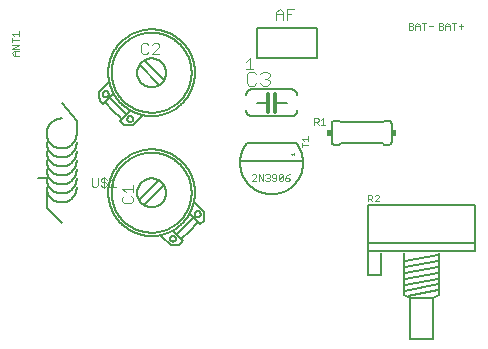
<source format=gto>
G75*
%MOIN*%
%OFA0B0*%
%FSLAX25Y25*%
%IPPOS*%
%LPD*%
%AMOC8*
5,1,8,0,0,1.08239X$1,22.5*
%
%ADD10C,0.00200*%
%ADD11C,0.00500*%
%ADD12C,0.00300*%
%ADD13C,0.00600*%
%ADD14R,0.01500X0.02000*%
%ADD15C,0.00800*%
%ADD16C,0.00100*%
%ADD17C,0.01200*%
%ADD18C,0.00400*%
D10*
X0084470Y0054900D02*
X0085938Y0056368D01*
X0085938Y0056735D01*
X0085571Y0057102D01*
X0084837Y0057102D01*
X0084470Y0056735D01*
X0086680Y0057102D02*
X0088148Y0054900D01*
X0088148Y0057102D01*
X0088890Y0056735D02*
X0089257Y0057102D01*
X0089991Y0057102D01*
X0090358Y0056735D01*
X0090358Y0056368D01*
X0089991Y0056001D01*
X0090358Y0055634D01*
X0090358Y0055267D01*
X0089991Y0054900D01*
X0089257Y0054900D01*
X0088890Y0055267D01*
X0089624Y0056001D02*
X0089991Y0056001D01*
X0091100Y0056368D02*
X0091467Y0056001D01*
X0092568Y0056001D01*
X0092568Y0055267D02*
X0092568Y0056735D01*
X0092201Y0057102D01*
X0091467Y0057102D01*
X0091100Y0056735D01*
X0091100Y0056368D01*
X0091100Y0055267D02*
X0091467Y0054900D01*
X0092201Y0054900D01*
X0092568Y0055267D01*
X0093310Y0055267D02*
X0094778Y0056735D01*
X0094778Y0055267D01*
X0094411Y0054900D01*
X0093677Y0054900D01*
X0093310Y0055267D01*
X0093310Y0056735D01*
X0093677Y0057102D01*
X0094411Y0057102D01*
X0094778Y0056735D01*
X0095520Y0056001D02*
X0096621Y0056001D01*
X0096988Y0055634D01*
X0096988Y0055267D01*
X0096621Y0054900D01*
X0095887Y0054900D01*
X0095520Y0055267D01*
X0095520Y0056001D01*
X0096254Y0056735D01*
X0096988Y0057102D01*
X0086680Y0057102D02*
X0086680Y0054900D01*
X0085938Y0054900D02*
X0084470Y0054900D01*
X0101098Y0066100D02*
X0101098Y0067568D01*
X0101098Y0066834D02*
X0103300Y0066834D01*
X0103300Y0068310D02*
X0103300Y0069778D01*
X0103300Y0069044D02*
X0101098Y0069044D01*
X0101832Y0068310D01*
X0105180Y0073700D02*
X0105180Y0075902D01*
X0106281Y0075902D01*
X0106648Y0075535D01*
X0106648Y0074801D01*
X0106281Y0074434D01*
X0105180Y0074434D01*
X0105914Y0074434D02*
X0106648Y0073700D01*
X0107390Y0073700D02*
X0108858Y0073700D01*
X0108124Y0073700D02*
X0108124Y0075902D01*
X0107390Y0075168D01*
X0123100Y0050302D02*
X0124201Y0050302D01*
X0124568Y0049935D01*
X0124568Y0049201D01*
X0124201Y0048834D01*
X0123100Y0048834D01*
X0123834Y0048834D02*
X0124568Y0048100D01*
X0125310Y0048100D02*
X0126778Y0049568D01*
X0126778Y0049935D01*
X0126411Y0050302D01*
X0125677Y0050302D01*
X0125310Y0049935D01*
X0125310Y0048100D02*
X0126778Y0048100D01*
X0123100Y0048100D02*
X0123100Y0050302D01*
X0136680Y0105350D02*
X0137781Y0105350D01*
X0138148Y0105717D01*
X0138148Y0106084D01*
X0137781Y0106451D01*
X0136680Y0106451D01*
X0136680Y0105350D02*
X0136680Y0107552D01*
X0137781Y0107552D01*
X0138148Y0107185D01*
X0138148Y0106818D01*
X0137781Y0106451D01*
X0138890Y0106451D02*
X0140358Y0106451D01*
X0140358Y0106818D02*
X0140358Y0105350D01*
X0138890Y0105350D02*
X0138890Y0106818D01*
X0139624Y0107552D01*
X0140358Y0106818D01*
X0141100Y0107552D02*
X0142568Y0107552D01*
X0141834Y0107552D02*
X0141834Y0105350D01*
X0143310Y0106451D02*
X0144778Y0106451D01*
X0146680Y0106451D02*
X0147781Y0106451D01*
X0148148Y0106084D01*
X0148148Y0105717D01*
X0147781Y0105350D01*
X0146680Y0105350D01*
X0146680Y0107552D01*
X0147781Y0107552D01*
X0148148Y0107185D01*
X0148148Y0106818D01*
X0147781Y0106451D01*
X0148890Y0106451D02*
X0150358Y0106451D01*
X0150358Y0106818D02*
X0150358Y0105350D01*
X0148890Y0105350D02*
X0148890Y0106818D01*
X0149624Y0107552D01*
X0150358Y0106818D01*
X0151100Y0107552D02*
X0152568Y0107552D01*
X0151834Y0107552D02*
X0151834Y0105350D01*
X0153310Y0106451D02*
X0154778Y0106451D01*
X0154044Y0107185D02*
X0154044Y0105717D01*
X0006650Y0104778D02*
X0006650Y0103310D01*
X0006650Y0104044D02*
X0004448Y0104044D01*
X0005182Y0103310D01*
X0004448Y0102568D02*
X0004448Y0101100D01*
X0004448Y0101834D02*
X0006650Y0101834D01*
X0006650Y0100358D02*
X0004448Y0100358D01*
X0004448Y0098890D02*
X0006650Y0100358D01*
X0006650Y0098890D02*
X0004448Y0098890D01*
X0005182Y0098148D02*
X0006650Y0098148D01*
X0005549Y0098148D02*
X0005549Y0096680D01*
X0005182Y0096680D02*
X0004448Y0097414D01*
X0005182Y0098148D01*
X0005182Y0096680D02*
X0006650Y0096680D01*
D11*
X0054143Y0036640D02*
X0057352Y0033431D01*
X0058822Y0033538D01*
X0060293Y0033645D01*
X0061577Y0034928D01*
X0058230Y0038275D01*
X0059443Y0037132D02*
X0064850Y0042539D01*
X0063739Y0043784D02*
X0067086Y0040437D01*
X0068370Y0041721D01*
X0068482Y0043197D01*
X0068595Y0044674D01*
X0065227Y0048042D01*
X0065360Y0043918D02*
X0065362Y0043981D01*
X0065368Y0044043D01*
X0065378Y0044105D01*
X0065391Y0044167D01*
X0065409Y0044227D01*
X0065430Y0044286D01*
X0065455Y0044344D01*
X0065484Y0044400D01*
X0065516Y0044454D01*
X0065551Y0044506D01*
X0065589Y0044555D01*
X0065631Y0044603D01*
X0065675Y0044647D01*
X0065723Y0044689D01*
X0065772Y0044727D01*
X0065824Y0044762D01*
X0065878Y0044794D01*
X0065934Y0044823D01*
X0065992Y0044848D01*
X0066051Y0044869D01*
X0066111Y0044887D01*
X0066173Y0044900D01*
X0066235Y0044910D01*
X0066297Y0044916D01*
X0066360Y0044918D01*
X0066423Y0044916D01*
X0066485Y0044910D01*
X0066547Y0044900D01*
X0066609Y0044887D01*
X0066669Y0044869D01*
X0066728Y0044848D01*
X0066786Y0044823D01*
X0066842Y0044794D01*
X0066896Y0044762D01*
X0066948Y0044727D01*
X0066997Y0044689D01*
X0067045Y0044647D01*
X0067089Y0044603D01*
X0067131Y0044555D01*
X0067169Y0044506D01*
X0067204Y0044454D01*
X0067236Y0044400D01*
X0067265Y0044344D01*
X0067290Y0044286D01*
X0067311Y0044227D01*
X0067329Y0044167D01*
X0067342Y0044105D01*
X0067352Y0044043D01*
X0067358Y0043981D01*
X0067360Y0043918D01*
X0067358Y0043855D01*
X0067352Y0043793D01*
X0067342Y0043731D01*
X0067329Y0043669D01*
X0067311Y0043609D01*
X0067290Y0043550D01*
X0067265Y0043492D01*
X0067236Y0043436D01*
X0067204Y0043382D01*
X0067169Y0043330D01*
X0067131Y0043281D01*
X0067089Y0043233D01*
X0067045Y0043189D01*
X0066997Y0043147D01*
X0066948Y0043109D01*
X0066896Y0043074D01*
X0066842Y0043042D01*
X0066786Y0043013D01*
X0066728Y0042988D01*
X0066669Y0042967D01*
X0066609Y0042949D01*
X0066547Y0042936D01*
X0066485Y0042926D01*
X0066423Y0042920D01*
X0066360Y0042918D01*
X0066297Y0042920D01*
X0066235Y0042926D01*
X0066173Y0042936D01*
X0066111Y0042949D01*
X0066051Y0042967D01*
X0065992Y0042988D01*
X0065934Y0043013D01*
X0065878Y0043042D01*
X0065824Y0043074D01*
X0065772Y0043109D01*
X0065723Y0043147D01*
X0065675Y0043189D01*
X0065631Y0043233D01*
X0065589Y0043281D01*
X0065551Y0043330D01*
X0065516Y0043382D01*
X0065484Y0043436D01*
X0065455Y0043492D01*
X0065430Y0043550D01*
X0065409Y0043609D01*
X0065391Y0043669D01*
X0065378Y0043731D01*
X0065368Y0043793D01*
X0065362Y0043855D01*
X0065360Y0043918D01*
X0066253Y0040823D02*
X0063722Y0038292D01*
X0063721Y0038292D02*
X0060940Y0035511D01*
X0057107Y0035720D02*
X0057109Y0035783D01*
X0057115Y0035845D01*
X0057125Y0035907D01*
X0057138Y0035969D01*
X0057156Y0036029D01*
X0057177Y0036088D01*
X0057202Y0036146D01*
X0057231Y0036202D01*
X0057263Y0036256D01*
X0057298Y0036308D01*
X0057336Y0036357D01*
X0057378Y0036405D01*
X0057422Y0036449D01*
X0057470Y0036491D01*
X0057519Y0036529D01*
X0057571Y0036564D01*
X0057625Y0036596D01*
X0057681Y0036625D01*
X0057739Y0036650D01*
X0057798Y0036671D01*
X0057858Y0036689D01*
X0057920Y0036702D01*
X0057982Y0036712D01*
X0058044Y0036718D01*
X0058107Y0036720D01*
X0058170Y0036718D01*
X0058232Y0036712D01*
X0058294Y0036702D01*
X0058356Y0036689D01*
X0058416Y0036671D01*
X0058475Y0036650D01*
X0058533Y0036625D01*
X0058589Y0036596D01*
X0058643Y0036564D01*
X0058695Y0036529D01*
X0058744Y0036491D01*
X0058792Y0036449D01*
X0058836Y0036405D01*
X0058878Y0036357D01*
X0058916Y0036308D01*
X0058951Y0036256D01*
X0058983Y0036202D01*
X0059012Y0036146D01*
X0059037Y0036088D01*
X0059058Y0036029D01*
X0059076Y0035969D01*
X0059089Y0035907D01*
X0059099Y0035845D01*
X0059105Y0035783D01*
X0059107Y0035720D01*
X0059105Y0035657D01*
X0059099Y0035595D01*
X0059089Y0035533D01*
X0059076Y0035471D01*
X0059058Y0035411D01*
X0059037Y0035352D01*
X0059012Y0035294D01*
X0058983Y0035238D01*
X0058951Y0035184D01*
X0058916Y0035132D01*
X0058878Y0035083D01*
X0058836Y0035035D01*
X0058792Y0034991D01*
X0058744Y0034949D01*
X0058695Y0034911D01*
X0058643Y0034876D01*
X0058589Y0034844D01*
X0058533Y0034815D01*
X0058475Y0034790D01*
X0058416Y0034769D01*
X0058356Y0034751D01*
X0058294Y0034738D01*
X0058232Y0034728D01*
X0058170Y0034722D01*
X0058107Y0034720D01*
X0058044Y0034722D01*
X0057982Y0034728D01*
X0057920Y0034738D01*
X0057858Y0034751D01*
X0057798Y0034769D01*
X0057739Y0034790D01*
X0057681Y0034815D01*
X0057625Y0034844D01*
X0057571Y0034876D01*
X0057519Y0034911D01*
X0057470Y0034949D01*
X0057422Y0034991D01*
X0057378Y0035035D01*
X0057336Y0035083D01*
X0057298Y0035132D01*
X0057263Y0035184D01*
X0057231Y0035238D01*
X0057202Y0035294D01*
X0057177Y0035352D01*
X0057156Y0035411D01*
X0057138Y0035471D01*
X0057125Y0035533D01*
X0057115Y0035595D01*
X0057109Y0035657D01*
X0057107Y0035720D01*
X0048501Y0046988D02*
X0055009Y0053497D01*
X0053405Y0055101D02*
X0046896Y0048593D01*
X0037665Y0051000D02*
X0037669Y0051327D01*
X0037681Y0051654D01*
X0037701Y0051981D01*
X0037729Y0052307D01*
X0037765Y0052632D01*
X0037809Y0052957D01*
X0037861Y0053280D01*
X0037921Y0053602D01*
X0037989Y0053922D01*
X0038065Y0054240D01*
X0038148Y0054557D01*
X0038239Y0054871D01*
X0038338Y0055183D01*
X0038445Y0055492D01*
X0038559Y0055799D01*
X0038680Y0056103D01*
X0038809Y0056404D01*
X0038945Y0056701D01*
X0039089Y0056996D01*
X0039240Y0057286D01*
X0039397Y0057573D01*
X0039562Y0057856D01*
X0039734Y0058134D01*
X0039912Y0058409D01*
X0040098Y0058678D01*
X0040289Y0058944D01*
X0040487Y0059204D01*
X0040692Y0059460D01*
X0040903Y0059710D01*
X0041119Y0059955D01*
X0041342Y0060195D01*
X0041571Y0060429D01*
X0041805Y0060658D01*
X0042045Y0060881D01*
X0042290Y0061097D01*
X0042540Y0061308D01*
X0042796Y0061513D01*
X0043056Y0061711D01*
X0043322Y0061902D01*
X0043591Y0062088D01*
X0043866Y0062266D01*
X0044144Y0062438D01*
X0044427Y0062603D01*
X0044714Y0062760D01*
X0045004Y0062911D01*
X0045299Y0063055D01*
X0045596Y0063191D01*
X0045897Y0063320D01*
X0046201Y0063441D01*
X0046508Y0063555D01*
X0046817Y0063662D01*
X0047129Y0063761D01*
X0047443Y0063852D01*
X0047760Y0063935D01*
X0048078Y0064011D01*
X0048398Y0064079D01*
X0048720Y0064139D01*
X0049043Y0064191D01*
X0049368Y0064235D01*
X0049693Y0064271D01*
X0050019Y0064299D01*
X0050346Y0064319D01*
X0050673Y0064331D01*
X0051000Y0064335D01*
X0051327Y0064331D01*
X0051654Y0064319D01*
X0051981Y0064299D01*
X0052307Y0064271D01*
X0052632Y0064235D01*
X0052957Y0064191D01*
X0053280Y0064139D01*
X0053602Y0064079D01*
X0053922Y0064011D01*
X0054240Y0063935D01*
X0054557Y0063852D01*
X0054871Y0063761D01*
X0055183Y0063662D01*
X0055492Y0063555D01*
X0055799Y0063441D01*
X0056103Y0063320D01*
X0056404Y0063191D01*
X0056701Y0063055D01*
X0056996Y0062911D01*
X0057286Y0062760D01*
X0057573Y0062603D01*
X0057856Y0062438D01*
X0058134Y0062266D01*
X0058409Y0062088D01*
X0058678Y0061902D01*
X0058944Y0061711D01*
X0059204Y0061513D01*
X0059460Y0061308D01*
X0059710Y0061097D01*
X0059955Y0060881D01*
X0060195Y0060658D01*
X0060429Y0060429D01*
X0060658Y0060195D01*
X0060881Y0059955D01*
X0061097Y0059710D01*
X0061308Y0059460D01*
X0061513Y0059204D01*
X0061711Y0058944D01*
X0061902Y0058678D01*
X0062088Y0058409D01*
X0062266Y0058134D01*
X0062438Y0057856D01*
X0062603Y0057573D01*
X0062760Y0057286D01*
X0062911Y0056996D01*
X0063055Y0056701D01*
X0063191Y0056404D01*
X0063320Y0056103D01*
X0063441Y0055799D01*
X0063555Y0055492D01*
X0063662Y0055183D01*
X0063761Y0054871D01*
X0063852Y0054557D01*
X0063935Y0054240D01*
X0064011Y0053922D01*
X0064079Y0053602D01*
X0064139Y0053280D01*
X0064191Y0052957D01*
X0064235Y0052632D01*
X0064271Y0052307D01*
X0064299Y0051981D01*
X0064319Y0051654D01*
X0064331Y0051327D01*
X0064335Y0051000D01*
X0064331Y0050673D01*
X0064319Y0050346D01*
X0064299Y0050019D01*
X0064271Y0049693D01*
X0064235Y0049368D01*
X0064191Y0049043D01*
X0064139Y0048720D01*
X0064079Y0048398D01*
X0064011Y0048078D01*
X0063935Y0047760D01*
X0063852Y0047443D01*
X0063761Y0047129D01*
X0063662Y0046817D01*
X0063555Y0046508D01*
X0063441Y0046201D01*
X0063320Y0045897D01*
X0063191Y0045596D01*
X0063055Y0045299D01*
X0062911Y0045004D01*
X0062760Y0044714D01*
X0062603Y0044427D01*
X0062438Y0044144D01*
X0062266Y0043866D01*
X0062088Y0043591D01*
X0061902Y0043322D01*
X0061711Y0043056D01*
X0061513Y0042796D01*
X0061308Y0042540D01*
X0061097Y0042290D01*
X0060881Y0042045D01*
X0060658Y0041805D01*
X0060429Y0041571D01*
X0060195Y0041342D01*
X0059955Y0041119D01*
X0059710Y0040903D01*
X0059460Y0040692D01*
X0059204Y0040487D01*
X0058944Y0040289D01*
X0058678Y0040098D01*
X0058409Y0039912D01*
X0058134Y0039734D01*
X0057856Y0039562D01*
X0057573Y0039397D01*
X0057286Y0039240D01*
X0056996Y0039089D01*
X0056701Y0038945D01*
X0056404Y0038809D01*
X0056103Y0038680D01*
X0055799Y0038559D01*
X0055492Y0038445D01*
X0055183Y0038338D01*
X0054871Y0038239D01*
X0054557Y0038148D01*
X0054240Y0038065D01*
X0053922Y0037989D01*
X0053602Y0037921D01*
X0053280Y0037861D01*
X0052957Y0037809D01*
X0052632Y0037765D01*
X0052307Y0037729D01*
X0051981Y0037701D01*
X0051654Y0037681D01*
X0051327Y0037669D01*
X0051000Y0037665D01*
X0050673Y0037669D01*
X0050346Y0037681D01*
X0050019Y0037701D01*
X0049693Y0037729D01*
X0049368Y0037765D01*
X0049043Y0037809D01*
X0048720Y0037861D01*
X0048398Y0037921D01*
X0048078Y0037989D01*
X0047760Y0038065D01*
X0047443Y0038148D01*
X0047129Y0038239D01*
X0046817Y0038338D01*
X0046508Y0038445D01*
X0046201Y0038559D01*
X0045897Y0038680D01*
X0045596Y0038809D01*
X0045299Y0038945D01*
X0045004Y0039089D01*
X0044714Y0039240D01*
X0044427Y0039397D01*
X0044144Y0039562D01*
X0043866Y0039734D01*
X0043591Y0039912D01*
X0043322Y0040098D01*
X0043056Y0040289D01*
X0042796Y0040487D01*
X0042540Y0040692D01*
X0042290Y0040903D01*
X0042045Y0041119D01*
X0041805Y0041342D01*
X0041571Y0041571D01*
X0041342Y0041805D01*
X0041119Y0042045D01*
X0040903Y0042290D01*
X0040692Y0042540D01*
X0040487Y0042796D01*
X0040289Y0043056D01*
X0040098Y0043322D01*
X0039912Y0043591D01*
X0039734Y0043866D01*
X0039562Y0044144D01*
X0039397Y0044427D01*
X0039240Y0044714D01*
X0039089Y0045004D01*
X0038945Y0045299D01*
X0038809Y0045596D01*
X0038680Y0045897D01*
X0038559Y0046201D01*
X0038445Y0046508D01*
X0038338Y0046817D01*
X0038239Y0047129D01*
X0038148Y0047443D01*
X0038065Y0047760D01*
X0037989Y0048078D01*
X0037921Y0048398D01*
X0037861Y0048720D01*
X0037809Y0049043D01*
X0037765Y0049368D01*
X0037729Y0049693D01*
X0037701Y0050019D01*
X0037681Y0050346D01*
X0037669Y0050673D01*
X0037665Y0051000D01*
X0036556Y0051000D02*
X0036560Y0051354D01*
X0036573Y0051709D01*
X0036595Y0052063D01*
X0036626Y0052416D01*
X0036665Y0052768D01*
X0036712Y0053119D01*
X0036769Y0053469D01*
X0036834Y0053818D01*
X0036907Y0054165D01*
X0036989Y0054510D01*
X0037079Y0054852D01*
X0037178Y0055193D01*
X0037285Y0055531D01*
X0037400Y0055866D01*
X0037524Y0056198D01*
X0037655Y0056527D01*
X0037795Y0056853D01*
X0037943Y0057176D01*
X0038098Y0057494D01*
X0038262Y0057809D01*
X0038432Y0058119D01*
X0038611Y0058426D01*
X0038797Y0058728D01*
X0038990Y0059025D01*
X0039191Y0059317D01*
X0039398Y0059604D01*
X0039613Y0059886D01*
X0039835Y0060163D01*
X0040063Y0060434D01*
X0040298Y0060700D01*
X0040539Y0060960D01*
X0040787Y0061213D01*
X0041040Y0061461D01*
X0041300Y0061702D01*
X0041566Y0061937D01*
X0041837Y0062165D01*
X0042114Y0062387D01*
X0042396Y0062602D01*
X0042683Y0062809D01*
X0042975Y0063010D01*
X0043272Y0063203D01*
X0043574Y0063389D01*
X0043881Y0063568D01*
X0044191Y0063738D01*
X0044506Y0063902D01*
X0044824Y0064057D01*
X0045147Y0064205D01*
X0045473Y0064345D01*
X0045802Y0064476D01*
X0046134Y0064600D01*
X0046469Y0064715D01*
X0046807Y0064822D01*
X0047148Y0064921D01*
X0047490Y0065011D01*
X0047835Y0065093D01*
X0048182Y0065166D01*
X0048531Y0065231D01*
X0048881Y0065288D01*
X0049232Y0065335D01*
X0049584Y0065374D01*
X0049937Y0065405D01*
X0050291Y0065427D01*
X0050646Y0065440D01*
X0051000Y0065444D01*
X0051354Y0065440D01*
X0051709Y0065427D01*
X0052063Y0065405D01*
X0052416Y0065374D01*
X0052768Y0065335D01*
X0053119Y0065288D01*
X0053469Y0065231D01*
X0053818Y0065166D01*
X0054165Y0065093D01*
X0054510Y0065011D01*
X0054852Y0064921D01*
X0055193Y0064822D01*
X0055531Y0064715D01*
X0055866Y0064600D01*
X0056198Y0064476D01*
X0056527Y0064345D01*
X0056853Y0064205D01*
X0057176Y0064057D01*
X0057494Y0063902D01*
X0057809Y0063738D01*
X0058119Y0063568D01*
X0058426Y0063389D01*
X0058728Y0063203D01*
X0059025Y0063010D01*
X0059317Y0062809D01*
X0059604Y0062602D01*
X0059886Y0062387D01*
X0060163Y0062165D01*
X0060434Y0061937D01*
X0060700Y0061702D01*
X0060960Y0061461D01*
X0061213Y0061213D01*
X0061461Y0060960D01*
X0061702Y0060700D01*
X0061937Y0060434D01*
X0062165Y0060163D01*
X0062387Y0059886D01*
X0062602Y0059604D01*
X0062809Y0059317D01*
X0063010Y0059025D01*
X0063203Y0058728D01*
X0063389Y0058426D01*
X0063568Y0058119D01*
X0063738Y0057809D01*
X0063902Y0057494D01*
X0064057Y0057176D01*
X0064205Y0056853D01*
X0064345Y0056527D01*
X0064476Y0056198D01*
X0064600Y0055866D01*
X0064715Y0055531D01*
X0064822Y0055193D01*
X0064921Y0054852D01*
X0065011Y0054510D01*
X0065093Y0054165D01*
X0065166Y0053818D01*
X0065231Y0053469D01*
X0065288Y0053119D01*
X0065335Y0052768D01*
X0065374Y0052416D01*
X0065405Y0052063D01*
X0065427Y0051709D01*
X0065440Y0051354D01*
X0065444Y0051000D01*
X0065440Y0050646D01*
X0065427Y0050291D01*
X0065405Y0049937D01*
X0065374Y0049584D01*
X0065335Y0049232D01*
X0065288Y0048881D01*
X0065231Y0048531D01*
X0065166Y0048182D01*
X0065093Y0047835D01*
X0065011Y0047490D01*
X0064921Y0047148D01*
X0064822Y0046807D01*
X0064715Y0046469D01*
X0064600Y0046134D01*
X0064476Y0045802D01*
X0064345Y0045473D01*
X0064205Y0045147D01*
X0064057Y0044824D01*
X0063902Y0044506D01*
X0063738Y0044191D01*
X0063568Y0043881D01*
X0063389Y0043574D01*
X0063203Y0043272D01*
X0063010Y0042975D01*
X0062809Y0042683D01*
X0062602Y0042396D01*
X0062387Y0042114D01*
X0062165Y0041837D01*
X0061937Y0041566D01*
X0061702Y0041300D01*
X0061461Y0041040D01*
X0061213Y0040787D01*
X0060960Y0040539D01*
X0060700Y0040298D01*
X0060434Y0040063D01*
X0060163Y0039835D01*
X0059886Y0039613D01*
X0059604Y0039398D01*
X0059317Y0039191D01*
X0059025Y0038990D01*
X0058728Y0038797D01*
X0058426Y0038611D01*
X0058119Y0038432D01*
X0057809Y0038262D01*
X0057494Y0038098D01*
X0057176Y0037943D01*
X0056853Y0037795D01*
X0056527Y0037655D01*
X0056198Y0037524D01*
X0055866Y0037400D01*
X0055531Y0037285D01*
X0055193Y0037178D01*
X0054852Y0037079D01*
X0054510Y0036989D01*
X0054165Y0036907D01*
X0053818Y0036834D01*
X0053469Y0036769D01*
X0053119Y0036712D01*
X0052768Y0036665D01*
X0052416Y0036626D01*
X0052063Y0036595D01*
X0051709Y0036573D01*
X0051354Y0036560D01*
X0051000Y0036556D01*
X0050646Y0036560D01*
X0050291Y0036573D01*
X0049937Y0036595D01*
X0049584Y0036626D01*
X0049232Y0036665D01*
X0048881Y0036712D01*
X0048531Y0036769D01*
X0048182Y0036834D01*
X0047835Y0036907D01*
X0047490Y0036989D01*
X0047148Y0037079D01*
X0046807Y0037178D01*
X0046469Y0037285D01*
X0046134Y0037400D01*
X0045802Y0037524D01*
X0045473Y0037655D01*
X0045147Y0037795D01*
X0044824Y0037943D01*
X0044506Y0038098D01*
X0044191Y0038262D01*
X0043881Y0038432D01*
X0043574Y0038611D01*
X0043272Y0038797D01*
X0042975Y0038990D01*
X0042683Y0039191D01*
X0042396Y0039398D01*
X0042114Y0039613D01*
X0041837Y0039835D01*
X0041566Y0040063D01*
X0041300Y0040298D01*
X0041040Y0040539D01*
X0040787Y0040787D01*
X0040539Y0041040D01*
X0040298Y0041300D01*
X0040063Y0041566D01*
X0039835Y0041837D01*
X0039613Y0042114D01*
X0039398Y0042396D01*
X0039191Y0042683D01*
X0038990Y0042975D01*
X0038797Y0043272D01*
X0038611Y0043574D01*
X0038432Y0043881D01*
X0038262Y0044191D01*
X0038098Y0044506D01*
X0037943Y0044824D01*
X0037795Y0045147D01*
X0037655Y0045473D01*
X0037524Y0045802D01*
X0037400Y0046134D01*
X0037285Y0046469D01*
X0037178Y0046807D01*
X0037079Y0047148D01*
X0036989Y0047490D01*
X0036907Y0047835D01*
X0036834Y0048182D01*
X0036769Y0048531D01*
X0036712Y0048881D01*
X0036665Y0049232D01*
X0036626Y0049584D01*
X0036595Y0049937D01*
X0036573Y0050291D01*
X0036560Y0050646D01*
X0036556Y0051000D01*
X0046200Y0051000D02*
X0046202Y0051138D01*
X0046208Y0051277D01*
X0046218Y0051415D01*
X0046232Y0051552D01*
X0046250Y0051689D01*
X0046272Y0051826D01*
X0046297Y0051962D01*
X0046327Y0052097D01*
X0046361Y0052231D01*
X0046398Y0052364D01*
X0046439Y0052496D01*
X0046484Y0052627D01*
X0046533Y0052757D01*
X0046585Y0052885D01*
X0046642Y0053011D01*
X0046701Y0053136D01*
X0046765Y0053259D01*
X0046832Y0053380D01*
X0046902Y0053499D01*
X0046976Y0053616D01*
X0047053Y0053731D01*
X0047133Y0053844D01*
X0047217Y0053954D01*
X0047303Y0054062D01*
X0047393Y0054167D01*
X0047486Y0054270D01*
X0047582Y0054370D01*
X0047680Y0054467D01*
X0047781Y0054561D01*
X0047885Y0054652D01*
X0047992Y0054740D01*
X0048101Y0054826D01*
X0048212Y0054908D01*
X0048326Y0054986D01*
X0048442Y0055062D01*
X0048560Y0055134D01*
X0048680Y0055202D01*
X0048802Y0055267D01*
X0048926Y0055329D01*
X0049052Y0055387D01*
X0049179Y0055441D01*
X0049308Y0055492D01*
X0049438Y0055539D01*
X0049569Y0055582D01*
X0049702Y0055621D01*
X0049836Y0055657D01*
X0049970Y0055688D01*
X0050106Y0055716D01*
X0050242Y0055740D01*
X0050379Y0055760D01*
X0050517Y0055776D01*
X0050654Y0055788D01*
X0050793Y0055796D01*
X0050931Y0055800D01*
X0051069Y0055800D01*
X0051207Y0055796D01*
X0051346Y0055788D01*
X0051483Y0055776D01*
X0051621Y0055760D01*
X0051758Y0055740D01*
X0051894Y0055716D01*
X0052030Y0055688D01*
X0052164Y0055657D01*
X0052298Y0055621D01*
X0052431Y0055582D01*
X0052562Y0055539D01*
X0052692Y0055492D01*
X0052821Y0055441D01*
X0052948Y0055387D01*
X0053074Y0055329D01*
X0053198Y0055267D01*
X0053320Y0055202D01*
X0053440Y0055134D01*
X0053558Y0055062D01*
X0053674Y0054986D01*
X0053788Y0054908D01*
X0053899Y0054826D01*
X0054008Y0054740D01*
X0054115Y0054652D01*
X0054219Y0054561D01*
X0054320Y0054467D01*
X0054418Y0054370D01*
X0054514Y0054270D01*
X0054607Y0054167D01*
X0054697Y0054062D01*
X0054783Y0053954D01*
X0054867Y0053844D01*
X0054947Y0053731D01*
X0055024Y0053616D01*
X0055098Y0053499D01*
X0055168Y0053380D01*
X0055235Y0053259D01*
X0055299Y0053136D01*
X0055358Y0053011D01*
X0055415Y0052885D01*
X0055467Y0052757D01*
X0055516Y0052627D01*
X0055561Y0052496D01*
X0055602Y0052364D01*
X0055639Y0052231D01*
X0055673Y0052097D01*
X0055703Y0051962D01*
X0055728Y0051826D01*
X0055750Y0051689D01*
X0055768Y0051552D01*
X0055782Y0051415D01*
X0055792Y0051277D01*
X0055798Y0051138D01*
X0055800Y0051000D01*
X0055798Y0050862D01*
X0055792Y0050723D01*
X0055782Y0050585D01*
X0055768Y0050448D01*
X0055750Y0050311D01*
X0055728Y0050174D01*
X0055703Y0050038D01*
X0055673Y0049903D01*
X0055639Y0049769D01*
X0055602Y0049636D01*
X0055561Y0049504D01*
X0055516Y0049373D01*
X0055467Y0049243D01*
X0055415Y0049115D01*
X0055358Y0048989D01*
X0055299Y0048864D01*
X0055235Y0048741D01*
X0055168Y0048620D01*
X0055098Y0048501D01*
X0055024Y0048384D01*
X0054947Y0048269D01*
X0054867Y0048156D01*
X0054783Y0048046D01*
X0054697Y0047938D01*
X0054607Y0047833D01*
X0054514Y0047730D01*
X0054418Y0047630D01*
X0054320Y0047533D01*
X0054219Y0047439D01*
X0054115Y0047348D01*
X0054008Y0047260D01*
X0053899Y0047174D01*
X0053788Y0047092D01*
X0053674Y0047014D01*
X0053558Y0046938D01*
X0053440Y0046866D01*
X0053320Y0046798D01*
X0053198Y0046733D01*
X0053074Y0046671D01*
X0052948Y0046613D01*
X0052821Y0046559D01*
X0052692Y0046508D01*
X0052562Y0046461D01*
X0052431Y0046418D01*
X0052298Y0046379D01*
X0052164Y0046343D01*
X0052030Y0046312D01*
X0051894Y0046284D01*
X0051758Y0046260D01*
X0051621Y0046240D01*
X0051483Y0046224D01*
X0051346Y0046212D01*
X0051207Y0046204D01*
X0051069Y0046200D01*
X0050931Y0046200D01*
X0050793Y0046204D01*
X0050654Y0046212D01*
X0050517Y0046224D01*
X0050379Y0046240D01*
X0050242Y0046260D01*
X0050106Y0046284D01*
X0049970Y0046312D01*
X0049836Y0046343D01*
X0049702Y0046379D01*
X0049569Y0046418D01*
X0049438Y0046461D01*
X0049308Y0046508D01*
X0049179Y0046559D01*
X0049052Y0046613D01*
X0048926Y0046671D01*
X0048802Y0046733D01*
X0048680Y0046798D01*
X0048560Y0046866D01*
X0048442Y0046938D01*
X0048326Y0047014D01*
X0048212Y0047092D01*
X0048101Y0047174D01*
X0047992Y0047260D01*
X0047885Y0047348D01*
X0047781Y0047439D01*
X0047680Y0047533D01*
X0047582Y0047630D01*
X0047486Y0047730D01*
X0047393Y0047833D01*
X0047303Y0047938D01*
X0047217Y0048046D01*
X0047133Y0048156D01*
X0047053Y0048269D01*
X0046976Y0048384D01*
X0046902Y0048501D01*
X0046832Y0048620D01*
X0046765Y0048741D01*
X0046701Y0048864D01*
X0046642Y0048989D01*
X0046585Y0049115D01*
X0046533Y0049243D01*
X0046484Y0049373D01*
X0046439Y0049504D01*
X0046398Y0049636D01*
X0046361Y0049769D01*
X0046327Y0049903D01*
X0046297Y0050038D01*
X0046272Y0050174D01*
X0046250Y0050311D01*
X0046232Y0050448D01*
X0046218Y0050585D01*
X0046208Y0050723D01*
X0046202Y0050862D01*
X0046200Y0051000D01*
X0021000Y0047750D02*
X0020860Y0047752D01*
X0020720Y0047758D01*
X0020580Y0047768D01*
X0020440Y0047781D01*
X0020301Y0047799D01*
X0020162Y0047821D01*
X0020025Y0047846D01*
X0019887Y0047875D01*
X0019751Y0047908D01*
X0019616Y0047945D01*
X0019482Y0047986D01*
X0019349Y0048031D01*
X0019217Y0048079D01*
X0019087Y0048131D01*
X0018958Y0048186D01*
X0018831Y0048245D01*
X0018705Y0048308D01*
X0018581Y0048374D01*
X0018460Y0048443D01*
X0018340Y0048516D01*
X0018222Y0048593D01*
X0018107Y0048672D01*
X0017993Y0048755D01*
X0017883Y0048841D01*
X0017774Y0048930D01*
X0017668Y0049022D01*
X0017565Y0049117D01*
X0017464Y0049214D01*
X0017367Y0049315D01*
X0017272Y0049418D01*
X0017180Y0049524D01*
X0017091Y0049633D01*
X0017005Y0049743D01*
X0016922Y0049857D01*
X0016843Y0049972D01*
X0016766Y0050090D01*
X0016693Y0050210D01*
X0016624Y0050331D01*
X0016558Y0050455D01*
X0016495Y0050581D01*
X0016436Y0050708D01*
X0016381Y0050837D01*
X0016329Y0050967D01*
X0016281Y0051099D01*
X0016236Y0051232D01*
X0016195Y0051366D01*
X0016158Y0051501D01*
X0016125Y0051637D01*
X0016096Y0051775D01*
X0016071Y0051912D01*
X0016049Y0052051D01*
X0016031Y0052190D01*
X0016018Y0052330D01*
X0016008Y0052470D01*
X0016002Y0052610D01*
X0016000Y0052750D01*
X0016000Y0046000D01*
X0021000Y0041000D01*
X0021000Y0047750D02*
X0021140Y0047752D01*
X0021280Y0047758D01*
X0021420Y0047768D01*
X0021560Y0047781D01*
X0021699Y0047799D01*
X0021838Y0047821D01*
X0021975Y0047846D01*
X0022113Y0047875D01*
X0022249Y0047908D01*
X0022384Y0047945D01*
X0022518Y0047986D01*
X0022651Y0048031D01*
X0022783Y0048079D01*
X0022913Y0048131D01*
X0023042Y0048186D01*
X0023169Y0048245D01*
X0023295Y0048308D01*
X0023419Y0048374D01*
X0023540Y0048443D01*
X0023660Y0048516D01*
X0023778Y0048593D01*
X0023893Y0048672D01*
X0024007Y0048755D01*
X0024117Y0048841D01*
X0024226Y0048930D01*
X0024332Y0049022D01*
X0024435Y0049117D01*
X0024536Y0049214D01*
X0024633Y0049315D01*
X0024728Y0049418D01*
X0024820Y0049524D01*
X0024909Y0049633D01*
X0024995Y0049743D01*
X0025078Y0049857D01*
X0025157Y0049972D01*
X0025234Y0050090D01*
X0025307Y0050210D01*
X0025376Y0050331D01*
X0025442Y0050455D01*
X0025505Y0050581D01*
X0025564Y0050708D01*
X0025619Y0050837D01*
X0025671Y0050967D01*
X0025719Y0051099D01*
X0025764Y0051232D01*
X0025805Y0051366D01*
X0025842Y0051501D01*
X0025875Y0051637D01*
X0025904Y0051775D01*
X0025929Y0051912D01*
X0025951Y0052051D01*
X0025969Y0052190D01*
X0025982Y0052330D01*
X0025992Y0052470D01*
X0025998Y0052610D01*
X0026000Y0052750D01*
X0021000Y0047750D02*
X0020860Y0047752D01*
X0020720Y0047758D01*
X0020580Y0047768D01*
X0020440Y0047781D01*
X0020301Y0047799D01*
X0020162Y0047821D01*
X0020025Y0047846D01*
X0019887Y0047875D01*
X0019751Y0047908D01*
X0019616Y0047945D01*
X0019482Y0047986D01*
X0019349Y0048031D01*
X0019217Y0048079D01*
X0019087Y0048131D01*
X0018958Y0048186D01*
X0018831Y0048245D01*
X0018705Y0048308D01*
X0018581Y0048374D01*
X0018460Y0048443D01*
X0018340Y0048516D01*
X0018222Y0048593D01*
X0018107Y0048672D01*
X0017993Y0048755D01*
X0017883Y0048841D01*
X0017774Y0048930D01*
X0017668Y0049022D01*
X0017565Y0049117D01*
X0017464Y0049214D01*
X0017367Y0049315D01*
X0017272Y0049418D01*
X0017180Y0049524D01*
X0017091Y0049633D01*
X0017005Y0049743D01*
X0016922Y0049857D01*
X0016843Y0049972D01*
X0016766Y0050090D01*
X0016693Y0050210D01*
X0016624Y0050331D01*
X0016558Y0050455D01*
X0016495Y0050581D01*
X0016436Y0050708D01*
X0016381Y0050837D01*
X0016329Y0050967D01*
X0016281Y0051099D01*
X0016236Y0051232D01*
X0016195Y0051366D01*
X0016158Y0051501D01*
X0016125Y0051637D01*
X0016096Y0051775D01*
X0016071Y0051912D01*
X0016049Y0052051D01*
X0016031Y0052190D01*
X0016018Y0052330D01*
X0016008Y0052470D01*
X0016002Y0052610D01*
X0016000Y0052750D01*
X0016000Y0055750D02*
X0013000Y0055750D01*
X0016000Y0055750D02*
X0016002Y0055610D01*
X0016008Y0055470D01*
X0016018Y0055330D01*
X0016031Y0055190D01*
X0016049Y0055051D01*
X0016071Y0054912D01*
X0016096Y0054775D01*
X0016125Y0054637D01*
X0016158Y0054501D01*
X0016195Y0054366D01*
X0016236Y0054232D01*
X0016281Y0054099D01*
X0016329Y0053967D01*
X0016381Y0053837D01*
X0016436Y0053708D01*
X0016495Y0053581D01*
X0016558Y0053455D01*
X0016624Y0053331D01*
X0016693Y0053210D01*
X0016766Y0053090D01*
X0016843Y0052972D01*
X0016922Y0052857D01*
X0017005Y0052743D01*
X0017091Y0052633D01*
X0017180Y0052524D01*
X0017272Y0052418D01*
X0017367Y0052315D01*
X0017464Y0052214D01*
X0017565Y0052117D01*
X0017668Y0052022D01*
X0017774Y0051930D01*
X0017883Y0051841D01*
X0017993Y0051755D01*
X0018107Y0051672D01*
X0018222Y0051593D01*
X0018340Y0051516D01*
X0018460Y0051443D01*
X0018581Y0051374D01*
X0018705Y0051308D01*
X0018831Y0051245D01*
X0018958Y0051186D01*
X0019087Y0051131D01*
X0019217Y0051079D01*
X0019349Y0051031D01*
X0019482Y0050986D01*
X0019616Y0050945D01*
X0019751Y0050908D01*
X0019887Y0050875D01*
X0020025Y0050846D01*
X0020162Y0050821D01*
X0020301Y0050799D01*
X0020440Y0050781D01*
X0020580Y0050768D01*
X0020720Y0050758D01*
X0020860Y0050752D01*
X0021000Y0050750D01*
X0021000Y0047750D02*
X0021140Y0047752D01*
X0021280Y0047758D01*
X0021420Y0047768D01*
X0021560Y0047781D01*
X0021699Y0047799D01*
X0021838Y0047821D01*
X0021975Y0047846D01*
X0022113Y0047875D01*
X0022249Y0047908D01*
X0022384Y0047945D01*
X0022518Y0047986D01*
X0022651Y0048031D01*
X0022783Y0048079D01*
X0022913Y0048131D01*
X0023042Y0048186D01*
X0023169Y0048245D01*
X0023295Y0048308D01*
X0023419Y0048374D01*
X0023540Y0048443D01*
X0023660Y0048516D01*
X0023778Y0048593D01*
X0023893Y0048672D01*
X0024007Y0048755D01*
X0024117Y0048841D01*
X0024226Y0048930D01*
X0024332Y0049022D01*
X0024435Y0049117D01*
X0024536Y0049214D01*
X0024633Y0049315D01*
X0024728Y0049418D01*
X0024820Y0049524D01*
X0024909Y0049633D01*
X0024995Y0049743D01*
X0025078Y0049857D01*
X0025157Y0049972D01*
X0025234Y0050090D01*
X0025307Y0050210D01*
X0025376Y0050331D01*
X0025442Y0050455D01*
X0025505Y0050581D01*
X0025564Y0050708D01*
X0025619Y0050837D01*
X0025671Y0050967D01*
X0025719Y0051099D01*
X0025764Y0051232D01*
X0025805Y0051366D01*
X0025842Y0051501D01*
X0025875Y0051637D01*
X0025904Y0051775D01*
X0025929Y0051912D01*
X0025951Y0052051D01*
X0025969Y0052190D01*
X0025982Y0052330D01*
X0025992Y0052470D01*
X0025998Y0052610D01*
X0026000Y0052750D01*
X0026000Y0055750D02*
X0025998Y0055610D01*
X0025992Y0055470D01*
X0025982Y0055330D01*
X0025969Y0055190D01*
X0025951Y0055051D01*
X0025929Y0054912D01*
X0025904Y0054775D01*
X0025875Y0054637D01*
X0025842Y0054501D01*
X0025805Y0054366D01*
X0025764Y0054232D01*
X0025719Y0054099D01*
X0025671Y0053967D01*
X0025619Y0053837D01*
X0025564Y0053708D01*
X0025505Y0053581D01*
X0025442Y0053455D01*
X0025376Y0053331D01*
X0025307Y0053210D01*
X0025234Y0053090D01*
X0025157Y0052972D01*
X0025078Y0052857D01*
X0024995Y0052743D01*
X0024909Y0052633D01*
X0024820Y0052524D01*
X0024728Y0052418D01*
X0024633Y0052315D01*
X0024536Y0052214D01*
X0024435Y0052117D01*
X0024332Y0052022D01*
X0024226Y0051930D01*
X0024117Y0051841D01*
X0024007Y0051755D01*
X0023893Y0051672D01*
X0023778Y0051593D01*
X0023660Y0051516D01*
X0023540Y0051443D01*
X0023419Y0051374D01*
X0023295Y0051308D01*
X0023169Y0051245D01*
X0023042Y0051186D01*
X0022913Y0051131D01*
X0022783Y0051079D01*
X0022651Y0051031D01*
X0022518Y0050986D01*
X0022384Y0050945D01*
X0022249Y0050908D01*
X0022113Y0050875D01*
X0021975Y0050846D01*
X0021838Y0050821D01*
X0021699Y0050799D01*
X0021560Y0050781D01*
X0021420Y0050768D01*
X0021280Y0050758D01*
X0021140Y0050752D01*
X0021000Y0050750D01*
X0020860Y0050752D01*
X0020720Y0050758D01*
X0020580Y0050768D01*
X0020440Y0050781D01*
X0020301Y0050799D01*
X0020162Y0050821D01*
X0020025Y0050846D01*
X0019887Y0050875D01*
X0019751Y0050908D01*
X0019616Y0050945D01*
X0019482Y0050986D01*
X0019349Y0051031D01*
X0019217Y0051079D01*
X0019087Y0051131D01*
X0018958Y0051186D01*
X0018831Y0051245D01*
X0018705Y0051308D01*
X0018581Y0051374D01*
X0018460Y0051443D01*
X0018340Y0051516D01*
X0018222Y0051593D01*
X0018107Y0051672D01*
X0017993Y0051755D01*
X0017883Y0051841D01*
X0017774Y0051930D01*
X0017668Y0052022D01*
X0017565Y0052117D01*
X0017464Y0052214D01*
X0017367Y0052315D01*
X0017272Y0052418D01*
X0017180Y0052524D01*
X0017091Y0052633D01*
X0017005Y0052743D01*
X0016922Y0052857D01*
X0016843Y0052972D01*
X0016766Y0053090D01*
X0016693Y0053210D01*
X0016624Y0053331D01*
X0016558Y0053455D01*
X0016495Y0053581D01*
X0016436Y0053708D01*
X0016381Y0053837D01*
X0016329Y0053967D01*
X0016281Y0054099D01*
X0016236Y0054232D01*
X0016195Y0054366D01*
X0016158Y0054501D01*
X0016125Y0054637D01*
X0016096Y0054775D01*
X0016071Y0054912D01*
X0016049Y0055051D01*
X0016031Y0055190D01*
X0016018Y0055330D01*
X0016008Y0055470D01*
X0016002Y0055610D01*
X0016000Y0055750D01*
X0021000Y0050750D02*
X0021140Y0050752D01*
X0021280Y0050758D01*
X0021420Y0050768D01*
X0021560Y0050781D01*
X0021699Y0050799D01*
X0021838Y0050821D01*
X0021975Y0050846D01*
X0022113Y0050875D01*
X0022249Y0050908D01*
X0022384Y0050945D01*
X0022518Y0050986D01*
X0022651Y0051031D01*
X0022783Y0051079D01*
X0022913Y0051131D01*
X0023042Y0051186D01*
X0023169Y0051245D01*
X0023295Y0051308D01*
X0023419Y0051374D01*
X0023540Y0051443D01*
X0023660Y0051516D01*
X0023778Y0051593D01*
X0023893Y0051672D01*
X0024007Y0051755D01*
X0024117Y0051841D01*
X0024226Y0051930D01*
X0024332Y0052022D01*
X0024435Y0052117D01*
X0024536Y0052214D01*
X0024633Y0052315D01*
X0024728Y0052418D01*
X0024820Y0052524D01*
X0024909Y0052633D01*
X0024995Y0052743D01*
X0025078Y0052857D01*
X0025157Y0052972D01*
X0025234Y0053090D01*
X0025307Y0053210D01*
X0025376Y0053331D01*
X0025442Y0053455D01*
X0025505Y0053581D01*
X0025564Y0053708D01*
X0025619Y0053837D01*
X0025671Y0053967D01*
X0025719Y0054099D01*
X0025764Y0054232D01*
X0025805Y0054366D01*
X0025842Y0054501D01*
X0025875Y0054637D01*
X0025904Y0054775D01*
X0025929Y0054912D01*
X0025951Y0055051D01*
X0025969Y0055190D01*
X0025982Y0055330D01*
X0025992Y0055470D01*
X0025998Y0055610D01*
X0026000Y0055750D01*
X0021000Y0053750D02*
X0020860Y0053752D01*
X0020720Y0053758D01*
X0020580Y0053768D01*
X0020440Y0053781D01*
X0020301Y0053799D01*
X0020162Y0053821D01*
X0020025Y0053846D01*
X0019887Y0053875D01*
X0019751Y0053908D01*
X0019616Y0053945D01*
X0019482Y0053986D01*
X0019349Y0054031D01*
X0019217Y0054079D01*
X0019087Y0054131D01*
X0018958Y0054186D01*
X0018831Y0054245D01*
X0018705Y0054308D01*
X0018581Y0054374D01*
X0018460Y0054443D01*
X0018340Y0054516D01*
X0018222Y0054593D01*
X0018107Y0054672D01*
X0017993Y0054755D01*
X0017883Y0054841D01*
X0017774Y0054930D01*
X0017668Y0055022D01*
X0017565Y0055117D01*
X0017464Y0055214D01*
X0017367Y0055315D01*
X0017272Y0055418D01*
X0017180Y0055524D01*
X0017091Y0055633D01*
X0017005Y0055743D01*
X0016922Y0055857D01*
X0016843Y0055972D01*
X0016766Y0056090D01*
X0016693Y0056210D01*
X0016624Y0056331D01*
X0016558Y0056455D01*
X0016495Y0056581D01*
X0016436Y0056708D01*
X0016381Y0056837D01*
X0016329Y0056967D01*
X0016281Y0057099D01*
X0016236Y0057232D01*
X0016195Y0057366D01*
X0016158Y0057501D01*
X0016125Y0057637D01*
X0016096Y0057775D01*
X0016071Y0057912D01*
X0016049Y0058051D01*
X0016031Y0058190D01*
X0016018Y0058330D01*
X0016008Y0058470D01*
X0016002Y0058610D01*
X0016000Y0058750D01*
X0021000Y0053750D02*
X0021140Y0053752D01*
X0021280Y0053758D01*
X0021420Y0053768D01*
X0021560Y0053781D01*
X0021699Y0053799D01*
X0021838Y0053821D01*
X0021975Y0053846D01*
X0022113Y0053875D01*
X0022249Y0053908D01*
X0022384Y0053945D01*
X0022518Y0053986D01*
X0022651Y0054031D01*
X0022783Y0054079D01*
X0022913Y0054131D01*
X0023042Y0054186D01*
X0023169Y0054245D01*
X0023295Y0054308D01*
X0023419Y0054374D01*
X0023540Y0054443D01*
X0023660Y0054516D01*
X0023778Y0054593D01*
X0023893Y0054672D01*
X0024007Y0054755D01*
X0024117Y0054841D01*
X0024226Y0054930D01*
X0024332Y0055022D01*
X0024435Y0055117D01*
X0024536Y0055214D01*
X0024633Y0055315D01*
X0024728Y0055418D01*
X0024820Y0055524D01*
X0024909Y0055633D01*
X0024995Y0055743D01*
X0025078Y0055857D01*
X0025157Y0055972D01*
X0025234Y0056090D01*
X0025307Y0056210D01*
X0025376Y0056331D01*
X0025442Y0056455D01*
X0025505Y0056581D01*
X0025564Y0056708D01*
X0025619Y0056837D01*
X0025671Y0056967D01*
X0025719Y0057099D01*
X0025764Y0057232D01*
X0025805Y0057366D01*
X0025842Y0057501D01*
X0025875Y0057637D01*
X0025904Y0057775D01*
X0025929Y0057912D01*
X0025951Y0058051D01*
X0025969Y0058190D01*
X0025982Y0058330D01*
X0025992Y0058470D01*
X0025998Y0058610D01*
X0026000Y0058750D01*
X0021000Y0053750D02*
X0020860Y0053752D01*
X0020720Y0053758D01*
X0020580Y0053768D01*
X0020440Y0053781D01*
X0020301Y0053799D01*
X0020162Y0053821D01*
X0020025Y0053846D01*
X0019887Y0053875D01*
X0019751Y0053908D01*
X0019616Y0053945D01*
X0019482Y0053986D01*
X0019349Y0054031D01*
X0019217Y0054079D01*
X0019087Y0054131D01*
X0018958Y0054186D01*
X0018831Y0054245D01*
X0018705Y0054308D01*
X0018581Y0054374D01*
X0018460Y0054443D01*
X0018340Y0054516D01*
X0018222Y0054593D01*
X0018107Y0054672D01*
X0017993Y0054755D01*
X0017883Y0054841D01*
X0017774Y0054930D01*
X0017668Y0055022D01*
X0017565Y0055117D01*
X0017464Y0055214D01*
X0017367Y0055315D01*
X0017272Y0055418D01*
X0017180Y0055524D01*
X0017091Y0055633D01*
X0017005Y0055743D01*
X0016922Y0055857D01*
X0016843Y0055972D01*
X0016766Y0056090D01*
X0016693Y0056210D01*
X0016624Y0056331D01*
X0016558Y0056455D01*
X0016495Y0056581D01*
X0016436Y0056708D01*
X0016381Y0056837D01*
X0016329Y0056967D01*
X0016281Y0057099D01*
X0016236Y0057232D01*
X0016195Y0057366D01*
X0016158Y0057501D01*
X0016125Y0057637D01*
X0016096Y0057775D01*
X0016071Y0057912D01*
X0016049Y0058051D01*
X0016031Y0058190D01*
X0016018Y0058330D01*
X0016008Y0058470D01*
X0016002Y0058610D01*
X0016000Y0058750D01*
X0021000Y0053750D02*
X0021140Y0053752D01*
X0021280Y0053758D01*
X0021420Y0053768D01*
X0021560Y0053781D01*
X0021699Y0053799D01*
X0021838Y0053821D01*
X0021975Y0053846D01*
X0022113Y0053875D01*
X0022249Y0053908D01*
X0022384Y0053945D01*
X0022518Y0053986D01*
X0022651Y0054031D01*
X0022783Y0054079D01*
X0022913Y0054131D01*
X0023042Y0054186D01*
X0023169Y0054245D01*
X0023295Y0054308D01*
X0023419Y0054374D01*
X0023540Y0054443D01*
X0023660Y0054516D01*
X0023778Y0054593D01*
X0023893Y0054672D01*
X0024007Y0054755D01*
X0024117Y0054841D01*
X0024226Y0054930D01*
X0024332Y0055022D01*
X0024435Y0055117D01*
X0024536Y0055214D01*
X0024633Y0055315D01*
X0024728Y0055418D01*
X0024820Y0055524D01*
X0024909Y0055633D01*
X0024995Y0055743D01*
X0025078Y0055857D01*
X0025157Y0055972D01*
X0025234Y0056090D01*
X0025307Y0056210D01*
X0025376Y0056331D01*
X0025442Y0056455D01*
X0025505Y0056581D01*
X0025564Y0056708D01*
X0025619Y0056837D01*
X0025671Y0056967D01*
X0025719Y0057099D01*
X0025764Y0057232D01*
X0025805Y0057366D01*
X0025842Y0057501D01*
X0025875Y0057637D01*
X0025904Y0057775D01*
X0025929Y0057912D01*
X0025951Y0058051D01*
X0025969Y0058190D01*
X0025982Y0058330D01*
X0025992Y0058470D01*
X0025998Y0058610D01*
X0026000Y0058750D01*
X0021000Y0056750D02*
X0020860Y0056752D01*
X0020720Y0056758D01*
X0020580Y0056768D01*
X0020440Y0056781D01*
X0020301Y0056799D01*
X0020162Y0056821D01*
X0020025Y0056846D01*
X0019887Y0056875D01*
X0019751Y0056908D01*
X0019616Y0056945D01*
X0019482Y0056986D01*
X0019349Y0057031D01*
X0019217Y0057079D01*
X0019087Y0057131D01*
X0018958Y0057186D01*
X0018831Y0057245D01*
X0018705Y0057308D01*
X0018581Y0057374D01*
X0018460Y0057443D01*
X0018340Y0057516D01*
X0018222Y0057593D01*
X0018107Y0057672D01*
X0017993Y0057755D01*
X0017883Y0057841D01*
X0017774Y0057930D01*
X0017668Y0058022D01*
X0017565Y0058117D01*
X0017464Y0058214D01*
X0017367Y0058315D01*
X0017272Y0058418D01*
X0017180Y0058524D01*
X0017091Y0058633D01*
X0017005Y0058743D01*
X0016922Y0058857D01*
X0016843Y0058972D01*
X0016766Y0059090D01*
X0016693Y0059210D01*
X0016624Y0059331D01*
X0016558Y0059455D01*
X0016495Y0059581D01*
X0016436Y0059708D01*
X0016381Y0059837D01*
X0016329Y0059967D01*
X0016281Y0060099D01*
X0016236Y0060232D01*
X0016195Y0060366D01*
X0016158Y0060501D01*
X0016125Y0060637D01*
X0016096Y0060775D01*
X0016071Y0060912D01*
X0016049Y0061051D01*
X0016031Y0061190D01*
X0016018Y0061330D01*
X0016008Y0061470D01*
X0016002Y0061610D01*
X0016000Y0061750D01*
X0021000Y0056750D02*
X0021140Y0056752D01*
X0021280Y0056758D01*
X0021420Y0056768D01*
X0021560Y0056781D01*
X0021699Y0056799D01*
X0021838Y0056821D01*
X0021975Y0056846D01*
X0022113Y0056875D01*
X0022249Y0056908D01*
X0022384Y0056945D01*
X0022518Y0056986D01*
X0022651Y0057031D01*
X0022783Y0057079D01*
X0022913Y0057131D01*
X0023042Y0057186D01*
X0023169Y0057245D01*
X0023295Y0057308D01*
X0023419Y0057374D01*
X0023540Y0057443D01*
X0023660Y0057516D01*
X0023778Y0057593D01*
X0023893Y0057672D01*
X0024007Y0057755D01*
X0024117Y0057841D01*
X0024226Y0057930D01*
X0024332Y0058022D01*
X0024435Y0058117D01*
X0024536Y0058214D01*
X0024633Y0058315D01*
X0024728Y0058418D01*
X0024820Y0058524D01*
X0024909Y0058633D01*
X0024995Y0058743D01*
X0025078Y0058857D01*
X0025157Y0058972D01*
X0025234Y0059090D01*
X0025307Y0059210D01*
X0025376Y0059331D01*
X0025442Y0059455D01*
X0025505Y0059581D01*
X0025564Y0059708D01*
X0025619Y0059837D01*
X0025671Y0059967D01*
X0025719Y0060099D01*
X0025764Y0060232D01*
X0025805Y0060366D01*
X0025842Y0060501D01*
X0025875Y0060637D01*
X0025904Y0060775D01*
X0025929Y0060912D01*
X0025951Y0061051D01*
X0025969Y0061190D01*
X0025982Y0061330D01*
X0025992Y0061470D01*
X0025998Y0061610D01*
X0026000Y0061750D01*
X0021000Y0056750D02*
X0020860Y0056752D01*
X0020720Y0056758D01*
X0020580Y0056768D01*
X0020440Y0056781D01*
X0020301Y0056799D01*
X0020162Y0056821D01*
X0020025Y0056846D01*
X0019887Y0056875D01*
X0019751Y0056908D01*
X0019616Y0056945D01*
X0019482Y0056986D01*
X0019349Y0057031D01*
X0019217Y0057079D01*
X0019087Y0057131D01*
X0018958Y0057186D01*
X0018831Y0057245D01*
X0018705Y0057308D01*
X0018581Y0057374D01*
X0018460Y0057443D01*
X0018340Y0057516D01*
X0018222Y0057593D01*
X0018107Y0057672D01*
X0017993Y0057755D01*
X0017883Y0057841D01*
X0017774Y0057930D01*
X0017668Y0058022D01*
X0017565Y0058117D01*
X0017464Y0058214D01*
X0017367Y0058315D01*
X0017272Y0058418D01*
X0017180Y0058524D01*
X0017091Y0058633D01*
X0017005Y0058743D01*
X0016922Y0058857D01*
X0016843Y0058972D01*
X0016766Y0059090D01*
X0016693Y0059210D01*
X0016624Y0059331D01*
X0016558Y0059455D01*
X0016495Y0059581D01*
X0016436Y0059708D01*
X0016381Y0059837D01*
X0016329Y0059967D01*
X0016281Y0060099D01*
X0016236Y0060232D01*
X0016195Y0060366D01*
X0016158Y0060501D01*
X0016125Y0060637D01*
X0016096Y0060775D01*
X0016071Y0060912D01*
X0016049Y0061051D01*
X0016031Y0061190D01*
X0016018Y0061330D01*
X0016008Y0061470D01*
X0016002Y0061610D01*
X0016000Y0061750D01*
X0021000Y0056750D02*
X0021140Y0056752D01*
X0021280Y0056758D01*
X0021420Y0056768D01*
X0021560Y0056781D01*
X0021699Y0056799D01*
X0021838Y0056821D01*
X0021975Y0056846D01*
X0022113Y0056875D01*
X0022249Y0056908D01*
X0022384Y0056945D01*
X0022518Y0056986D01*
X0022651Y0057031D01*
X0022783Y0057079D01*
X0022913Y0057131D01*
X0023042Y0057186D01*
X0023169Y0057245D01*
X0023295Y0057308D01*
X0023419Y0057374D01*
X0023540Y0057443D01*
X0023660Y0057516D01*
X0023778Y0057593D01*
X0023893Y0057672D01*
X0024007Y0057755D01*
X0024117Y0057841D01*
X0024226Y0057930D01*
X0024332Y0058022D01*
X0024435Y0058117D01*
X0024536Y0058214D01*
X0024633Y0058315D01*
X0024728Y0058418D01*
X0024820Y0058524D01*
X0024909Y0058633D01*
X0024995Y0058743D01*
X0025078Y0058857D01*
X0025157Y0058972D01*
X0025234Y0059090D01*
X0025307Y0059210D01*
X0025376Y0059331D01*
X0025442Y0059455D01*
X0025505Y0059581D01*
X0025564Y0059708D01*
X0025619Y0059837D01*
X0025671Y0059967D01*
X0025719Y0060099D01*
X0025764Y0060232D01*
X0025805Y0060366D01*
X0025842Y0060501D01*
X0025875Y0060637D01*
X0025904Y0060775D01*
X0025929Y0060912D01*
X0025951Y0061051D01*
X0025969Y0061190D01*
X0025982Y0061330D01*
X0025992Y0061470D01*
X0025998Y0061610D01*
X0026000Y0061750D01*
X0021000Y0059750D02*
X0020860Y0059752D01*
X0020720Y0059758D01*
X0020580Y0059768D01*
X0020440Y0059781D01*
X0020301Y0059799D01*
X0020162Y0059821D01*
X0020025Y0059846D01*
X0019887Y0059875D01*
X0019751Y0059908D01*
X0019616Y0059945D01*
X0019482Y0059986D01*
X0019349Y0060031D01*
X0019217Y0060079D01*
X0019087Y0060131D01*
X0018958Y0060186D01*
X0018831Y0060245D01*
X0018705Y0060308D01*
X0018581Y0060374D01*
X0018460Y0060443D01*
X0018340Y0060516D01*
X0018222Y0060593D01*
X0018107Y0060672D01*
X0017993Y0060755D01*
X0017883Y0060841D01*
X0017774Y0060930D01*
X0017668Y0061022D01*
X0017565Y0061117D01*
X0017464Y0061214D01*
X0017367Y0061315D01*
X0017272Y0061418D01*
X0017180Y0061524D01*
X0017091Y0061633D01*
X0017005Y0061743D01*
X0016922Y0061857D01*
X0016843Y0061972D01*
X0016766Y0062090D01*
X0016693Y0062210D01*
X0016624Y0062331D01*
X0016558Y0062455D01*
X0016495Y0062581D01*
X0016436Y0062708D01*
X0016381Y0062837D01*
X0016329Y0062967D01*
X0016281Y0063099D01*
X0016236Y0063232D01*
X0016195Y0063366D01*
X0016158Y0063501D01*
X0016125Y0063637D01*
X0016096Y0063775D01*
X0016071Y0063912D01*
X0016049Y0064051D01*
X0016031Y0064190D01*
X0016018Y0064330D01*
X0016008Y0064470D01*
X0016002Y0064610D01*
X0016000Y0064750D01*
X0021000Y0059750D02*
X0021140Y0059752D01*
X0021280Y0059758D01*
X0021420Y0059768D01*
X0021560Y0059781D01*
X0021699Y0059799D01*
X0021838Y0059821D01*
X0021975Y0059846D01*
X0022113Y0059875D01*
X0022249Y0059908D01*
X0022384Y0059945D01*
X0022518Y0059986D01*
X0022651Y0060031D01*
X0022783Y0060079D01*
X0022913Y0060131D01*
X0023042Y0060186D01*
X0023169Y0060245D01*
X0023295Y0060308D01*
X0023419Y0060374D01*
X0023540Y0060443D01*
X0023660Y0060516D01*
X0023778Y0060593D01*
X0023893Y0060672D01*
X0024007Y0060755D01*
X0024117Y0060841D01*
X0024226Y0060930D01*
X0024332Y0061022D01*
X0024435Y0061117D01*
X0024536Y0061214D01*
X0024633Y0061315D01*
X0024728Y0061418D01*
X0024820Y0061524D01*
X0024909Y0061633D01*
X0024995Y0061743D01*
X0025078Y0061857D01*
X0025157Y0061972D01*
X0025234Y0062090D01*
X0025307Y0062210D01*
X0025376Y0062331D01*
X0025442Y0062455D01*
X0025505Y0062581D01*
X0025564Y0062708D01*
X0025619Y0062837D01*
X0025671Y0062967D01*
X0025719Y0063099D01*
X0025764Y0063232D01*
X0025805Y0063366D01*
X0025842Y0063501D01*
X0025875Y0063637D01*
X0025904Y0063775D01*
X0025929Y0063912D01*
X0025951Y0064051D01*
X0025969Y0064190D01*
X0025982Y0064330D01*
X0025992Y0064470D01*
X0025998Y0064610D01*
X0026000Y0064750D01*
X0021000Y0059750D02*
X0020860Y0059752D01*
X0020720Y0059758D01*
X0020580Y0059768D01*
X0020440Y0059781D01*
X0020301Y0059799D01*
X0020162Y0059821D01*
X0020025Y0059846D01*
X0019887Y0059875D01*
X0019751Y0059908D01*
X0019616Y0059945D01*
X0019482Y0059986D01*
X0019349Y0060031D01*
X0019217Y0060079D01*
X0019087Y0060131D01*
X0018958Y0060186D01*
X0018831Y0060245D01*
X0018705Y0060308D01*
X0018581Y0060374D01*
X0018460Y0060443D01*
X0018340Y0060516D01*
X0018222Y0060593D01*
X0018107Y0060672D01*
X0017993Y0060755D01*
X0017883Y0060841D01*
X0017774Y0060930D01*
X0017668Y0061022D01*
X0017565Y0061117D01*
X0017464Y0061214D01*
X0017367Y0061315D01*
X0017272Y0061418D01*
X0017180Y0061524D01*
X0017091Y0061633D01*
X0017005Y0061743D01*
X0016922Y0061857D01*
X0016843Y0061972D01*
X0016766Y0062090D01*
X0016693Y0062210D01*
X0016624Y0062331D01*
X0016558Y0062455D01*
X0016495Y0062581D01*
X0016436Y0062708D01*
X0016381Y0062837D01*
X0016329Y0062967D01*
X0016281Y0063099D01*
X0016236Y0063232D01*
X0016195Y0063366D01*
X0016158Y0063501D01*
X0016125Y0063637D01*
X0016096Y0063775D01*
X0016071Y0063912D01*
X0016049Y0064051D01*
X0016031Y0064190D01*
X0016018Y0064330D01*
X0016008Y0064470D01*
X0016002Y0064610D01*
X0016000Y0064750D01*
X0021000Y0059750D02*
X0021140Y0059752D01*
X0021280Y0059758D01*
X0021420Y0059768D01*
X0021560Y0059781D01*
X0021699Y0059799D01*
X0021838Y0059821D01*
X0021975Y0059846D01*
X0022113Y0059875D01*
X0022249Y0059908D01*
X0022384Y0059945D01*
X0022518Y0059986D01*
X0022651Y0060031D01*
X0022783Y0060079D01*
X0022913Y0060131D01*
X0023042Y0060186D01*
X0023169Y0060245D01*
X0023295Y0060308D01*
X0023419Y0060374D01*
X0023540Y0060443D01*
X0023660Y0060516D01*
X0023778Y0060593D01*
X0023893Y0060672D01*
X0024007Y0060755D01*
X0024117Y0060841D01*
X0024226Y0060930D01*
X0024332Y0061022D01*
X0024435Y0061117D01*
X0024536Y0061214D01*
X0024633Y0061315D01*
X0024728Y0061418D01*
X0024820Y0061524D01*
X0024909Y0061633D01*
X0024995Y0061743D01*
X0025078Y0061857D01*
X0025157Y0061972D01*
X0025234Y0062090D01*
X0025307Y0062210D01*
X0025376Y0062331D01*
X0025442Y0062455D01*
X0025505Y0062581D01*
X0025564Y0062708D01*
X0025619Y0062837D01*
X0025671Y0062967D01*
X0025719Y0063099D01*
X0025764Y0063232D01*
X0025805Y0063366D01*
X0025842Y0063501D01*
X0025875Y0063637D01*
X0025904Y0063775D01*
X0025929Y0063912D01*
X0025951Y0064051D01*
X0025969Y0064190D01*
X0025982Y0064330D01*
X0025992Y0064470D01*
X0025998Y0064610D01*
X0026000Y0064750D01*
X0021000Y0062750D02*
X0020860Y0062752D01*
X0020720Y0062758D01*
X0020580Y0062768D01*
X0020440Y0062781D01*
X0020301Y0062799D01*
X0020162Y0062821D01*
X0020025Y0062846D01*
X0019887Y0062875D01*
X0019751Y0062908D01*
X0019616Y0062945D01*
X0019482Y0062986D01*
X0019349Y0063031D01*
X0019217Y0063079D01*
X0019087Y0063131D01*
X0018958Y0063186D01*
X0018831Y0063245D01*
X0018705Y0063308D01*
X0018581Y0063374D01*
X0018460Y0063443D01*
X0018340Y0063516D01*
X0018222Y0063593D01*
X0018107Y0063672D01*
X0017993Y0063755D01*
X0017883Y0063841D01*
X0017774Y0063930D01*
X0017668Y0064022D01*
X0017565Y0064117D01*
X0017464Y0064214D01*
X0017367Y0064315D01*
X0017272Y0064418D01*
X0017180Y0064524D01*
X0017091Y0064633D01*
X0017005Y0064743D01*
X0016922Y0064857D01*
X0016843Y0064972D01*
X0016766Y0065090D01*
X0016693Y0065210D01*
X0016624Y0065331D01*
X0016558Y0065455D01*
X0016495Y0065581D01*
X0016436Y0065708D01*
X0016381Y0065837D01*
X0016329Y0065967D01*
X0016281Y0066099D01*
X0016236Y0066232D01*
X0016195Y0066366D01*
X0016158Y0066501D01*
X0016125Y0066637D01*
X0016096Y0066775D01*
X0016071Y0066912D01*
X0016049Y0067051D01*
X0016031Y0067190D01*
X0016018Y0067330D01*
X0016008Y0067470D01*
X0016002Y0067610D01*
X0016000Y0067750D01*
X0021000Y0062750D02*
X0021140Y0062752D01*
X0021280Y0062758D01*
X0021420Y0062768D01*
X0021560Y0062781D01*
X0021699Y0062799D01*
X0021838Y0062821D01*
X0021975Y0062846D01*
X0022113Y0062875D01*
X0022249Y0062908D01*
X0022384Y0062945D01*
X0022518Y0062986D01*
X0022651Y0063031D01*
X0022783Y0063079D01*
X0022913Y0063131D01*
X0023042Y0063186D01*
X0023169Y0063245D01*
X0023295Y0063308D01*
X0023419Y0063374D01*
X0023540Y0063443D01*
X0023660Y0063516D01*
X0023778Y0063593D01*
X0023893Y0063672D01*
X0024007Y0063755D01*
X0024117Y0063841D01*
X0024226Y0063930D01*
X0024332Y0064022D01*
X0024435Y0064117D01*
X0024536Y0064214D01*
X0024633Y0064315D01*
X0024728Y0064418D01*
X0024820Y0064524D01*
X0024909Y0064633D01*
X0024995Y0064743D01*
X0025078Y0064857D01*
X0025157Y0064972D01*
X0025234Y0065090D01*
X0025307Y0065210D01*
X0025376Y0065331D01*
X0025442Y0065455D01*
X0025505Y0065581D01*
X0025564Y0065708D01*
X0025619Y0065837D01*
X0025671Y0065967D01*
X0025719Y0066099D01*
X0025764Y0066232D01*
X0025805Y0066366D01*
X0025842Y0066501D01*
X0025875Y0066637D01*
X0025904Y0066775D01*
X0025929Y0066912D01*
X0025951Y0067051D01*
X0025969Y0067190D01*
X0025982Y0067330D01*
X0025992Y0067470D01*
X0025998Y0067610D01*
X0026000Y0067750D01*
X0026000Y0070750D02*
X0026000Y0074750D01*
X0021000Y0081000D01*
X0033645Y0081707D02*
X0034928Y0080423D01*
X0038275Y0083770D01*
X0037132Y0082557D02*
X0042539Y0077150D01*
X0043784Y0078261D02*
X0040437Y0074914D01*
X0041721Y0073630D01*
X0043197Y0073518D01*
X0044674Y0073405D01*
X0048042Y0076773D01*
X0042918Y0075640D02*
X0042920Y0075703D01*
X0042926Y0075765D01*
X0042936Y0075827D01*
X0042949Y0075889D01*
X0042967Y0075949D01*
X0042988Y0076008D01*
X0043013Y0076066D01*
X0043042Y0076122D01*
X0043074Y0076176D01*
X0043109Y0076228D01*
X0043147Y0076277D01*
X0043189Y0076325D01*
X0043233Y0076369D01*
X0043281Y0076411D01*
X0043330Y0076449D01*
X0043382Y0076484D01*
X0043436Y0076516D01*
X0043492Y0076545D01*
X0043550Y0076570D01*
X0043609Y0076591D01*
X0043669Y0076609D01*
X0043731Y0076622D01*
X0043793Y0076632D01*
X0043855Y0076638D01*
X0043918Y0076640D01*
X0043981Y0076638D01*
X0044043Y0076632D01*
X0044105Y0076622D01*
X0044167Y0076609D01*
X0044227Y0076591D01*
X0044286Y0076570D01*
X0044344Y0076545D01*
X0044400Y0076516D01*
X0044454Y0076484D01*
X0044506Y0076449D01*
X0044555Y0076411D01*
X0044603Y0076369D01*
X0044647Y0076325D01*
X0044689Y0076277D01*
X0044727Y0076228D01*
X0044762Y0076176D01*
X0044794Y0076122D01*
X0044823Y0076066D01*
X0044848Y0076008D01*
X0044869Y0075949D01*
X0044887Y0075889D01*
X0044900Y0075827D01*
X0044910Y0075765D01*
X0044916Y0075703D01*
X0044918Y0075640D01*
X0044916Y0075577D01*
X0044910Y0075515D01*
X0044900Y0075453D01*
X0044887Y0075391D01*
X0044869Y0075331D01*
X0044848Y0075272D01*
X0044823Y0075214D01*
X0044794Y0075158D01*
X0044762Y0075104D01*
X0044727Y0075052D01*
X0044689Y0075003D01*
X0044647Y0074955D01*
X0044603Y0074911D01*
X0044555Y0074869D01*
X0044506Y0074831D01*
X0044454Y0074796D01*
X0044400Y0074764D01*
X0044344Y0074735D01*
X0044286Y0074710D01*
X0044227Y0074689D01*
X0044167Y0074671D01*
X0044105Y0074658D01*
X0044043Y0074648D01*
X0043981Y0074642D01*
X0043918Y0074640D01*
X0043855Y0074642D01*
X0043793Y0074648D01*
X0043731Y0074658D01*
X0043669Y0074671D01*
X0043609Y0074689D01*
X0043550Y0074710D01*
X0043492Y0074735D01*
X0043436Y0074764D01*
X0043382Y0074796D01*
X0043330Y0074831D01*
X0043281Y0074869D01*
X0043233Y0074911D01*
X0043189Y0074955D01*
X0043147Y0075003D01*
X0043109Y0075052D01*
X0043074Y0075104D01*
X0043042Y0075158D01*
X0043013Y0075214D01*
X0042988Y0075272D01*
X0042967Y0075331D01*
X0042949Y0075391D01*
X0042936Y0075453D01*
X0042926Y0075515D01*
X0042920Y0075577D01*
X0042918Y0075640D01*
X0040823Y0075747D02*
X0038292Y0078278D01*
X0038292Y0078279D02*
X0035511Y0081060D01*
X0033645Y0081707D02*
X0033538Y0083178D01*
X0033431Y0084648D01*
X0036640Y0087857D01*
X0034720Y0083893D02*
X0034722Y0083956D01*
X0034728Y0084018D01*
X0034738Y0084080D01*
X0034751Y0084142D01*
X0034769Y0084202D01*
X0034790Y0084261D01*
X0034815Y0084319D01*
X0034844Y0084375D01*
X0034876Y0084429D01*
X0034911Y0084481D01*
X0034949Y0084530D01*
X0034991Y0084578D01*
X0035035Y0084622D01*
X0035083Y0084664D01*
X0035132Y0084702D01*
X0035184Y0084737D01*
X0035238Y0084769D01*
X0035294Y0084798D01*
X0035352Y0084823D01*
X0035411Y0084844D01*
X0035471Y0084862D01*
X0035533Y0084875D01*
X0035595Y0084885D01*
X0035657Y0084891D01*
X0035720Y0084893D01*
X0035783Y0084891D01*
X0035845Y0084885D01*
X0035907Y0084875D01*
X0035969Y0084862D01*
X0036029Y0084844D01*
X0036088Y0084823D01*
X0036146Y0084798D01*
X0036202Y0084769D01*
X0036256Y0084737D01*
X0036308Y0084702D01*
X0036357Y0084664D01*
X0036405Y0084622D01*
X0036449Y0084578D01*
X0036491Y0084530D01*
X0036529Y0084481D01*
X0036564Y0084429D01*
X0036596Y0084375D01*
X0036625Y0084319D01*
X0036650Y0084261D01*
X0036671Y0084202D01*
X0036689Y0084142D01*
X0036702Y0084080D01*
X0036712Y0084018D01*
X0036718Y0083956D01*
X0036720Y0083893D01*
X0036718Y0083830D01*
X0036712Y0083768D01*
X0036702Y0083706D01*
X0036689Y0083644D01*
X0036671Y0083584D01*
X0036650Y0083525D01*
X0036625Y0083467D01*
X0036596Y0083411D01*
X0036564Y0083357D01*
X0036529Y0083305D01*
X0036491Y0083256D01*
X0036449Y0083208D01*
X0036405Y0083164D01*
X0036357Y0083122D01*
X0036308Y0083084D01*
X0036256Y0083049D01*
X0036202Y0083017D01*
X0036146Y0082988D01*
X0036088Y0082963D01*
X0036029Y0082942D01*
X0035969Y0082924D01*
X0035907Y0082911D01*
X0035845Y0082901D01*
X0035783Y0082895D01*
X0035720Y0082893D01*
X0035657Y0082895D01*
X0035595Y0082901D01*
X0035533Y0082911D01*
X0035471Y0082924D01*
X0035411Y0082942D01*
X0035352Y0082963D01*
X0035294Y0082988D01*
X0035238Y0083017D01*
X0035184Y0083049D01*
X0035132Y0083084D01*
X0035083Y0083122D01*
X0035035Y0083164D01*
X0034991Y0083208D01*
X0034949Y0083256D01*
X0034911Y0083305D01*
X0034876Y0083357D01*
X0034844Y0083411D01*
X0034815Y0083467D01*
X0034790Y0083525D01*
X0034769Y0083584D01*
X0034751Y0083644D01*
X0034738Y0083706D01*
X0034728Y0083768D01*
X0034722Y0083830D01*
X0034720Y0083893D01*
X0046988Y0093499D02*
X0053497Y0086991D01*
X0055101Y0088595D02*
X0048593Y0095104D01*
X0037665Y0091000D02*
X0037669Y0091327D01*
X0037681Y0091654D01*
X0037701Y0091981D01*
X0037729Y0092307D01*
X0037765Y0092632D01*
X0037809Y0092957D01*
X0037861Y0093280D01*
X0037921Y0093602D01*
X0037989Y0093922D01*
X0038065Y0094240D01*
X0038148Y0094557D01*
X0038239Y0094871D01*
X0038338Y0095183D01*
X0038445Y0095492D01*
X0038559Y0095799D01*
X0038680Y0096103D01*
X0038809Y0096404D01*
X0038945Y0096701D01*
X0039089Y0096996D01*
X0039240Y0097286D01*
X0039397Y0097573D01*
X0039562Y0097856D01*
X0039734Y0098134D01*
X0039912Y0098409D01*
X0040098Y0098678D01*
X0040289Y0098944D01*
X0040487Y0099204D01*
X0040692Y0099460D01*
X0040903Y0099710D01*
X0041119Y0099955D01*
X0041342Y0100195D01*
X0041571Y0100429D01*
X0041805Y0100658D01*
X0042045Y0100881D01*
X0042290Y0101097D01*
X0042540Y0101308D01*
X0042796Y0101513D01*
X0043056Y0101711D01*
X0043322Y0101902D01*
X0043591Y0102088D01*
X0043866Y0102266D01*
X0044144Y0102438D01*
X0044427Y0102603D01*
X0044714Y0102760D01*
X0045004Y0102911D01*
X0045299Y0103055D01*
X0045596Y0103191D01*
X0045897Y0103320D01*
X0046201Y0103441D01*
X0046508Y0103555D01*
X0046817Y0103662D01*
X0047129Y0103761D01*
X0047443Y0103852D01*
X0047760Y0103935D01*
X0048078Y0104011D01*
X0048398Y0104079D01*
X0048720Y0104139D01*
X0049043Y0104191D01*
X0049368Y0104235D01*
X0049693Y0104271D01*
X0050019Y0104299D01*
X0050346Y0104319D01*
X0050673Y0104331D01*
X0051000Y0104335D01*
X0051327Y0104331D01*
X0051654Y0104319D01*
X0051981Y0104299D01*
X0052307Y0104271D01*
X0052632Y0104235D01*
X0052957Y0104191D01*
X0053280Y0104139D01*
X0053602Y0104079D01*
X0053922Y0104011D01*
X0054240Y0103935D01*
X0054557Y0103852D01*
X0054871Y0103761D01*
X0055183Y0103662D01*
X0055492Y0103555D01*
X0055799Y0103441D01*
X0056103Y0103320D01*
X0056404Y0103191D01*
X0056701Y0103055D01*
X0056996Y0102911D01*
X0057286Y0102760D01*
X0057573Y0102603D01*
X0057856Y0102438D01*
X0058134Y0102266D01*
X0058409Y0102088D01*
X0058678Y0101902D01*
X0058944Y0101711D01*
X0059204Y0101513D01*
X0059460Y0101308D01*
X0059710Y0101097D01*
X0059955Y0100881D01*
X0060195Y0100658D01*
X0060429Y0100429D01*
X0060658Y0100195D01*
X0060881Y0099955D01*
X0061097Y0099710D01*
X0061308Y0099460D01*
X0061513Y0099204D01*
X0061711Y0098944D01*
X0061902Y0098678D01*
X0062088Y0098409D01*
X0062266Y0098134D01*
X0062438Y0097856D01*
X0062603Y0097573D01*
X0062760Y0097286D01*
X0062911Y0096996D01*
X0063055Y0096701D01*
X0063191Y0096404D01*
X0063320Y0096103D01*
X0063441Y0095799D01*
X0063555Y0095492D01*
X0063662Y0095183D01*
X0063761Y0094871D01*
X0063852Y0094557D01*
X0063935Y0094240D01*
X0064011Y0093922D01*
X0064079Y0093602D01*
X0064139Y0093280D01*
X0064191Y0092957D01*
X0064235Y0092632D01*
X0064271Y0092307D01*
X0064299Y0091981D01*
X0064319Y0091654D01*
X0064331Y0091327D01*
X0064335Y0091000D01*
X0064331Y0090673D01*
X0064319Y0090346D01*
X0064299Y0090019D01*
X0064271Y0089693D01*
X0064235Y0089368D01*
X0064191Y0089043D01*
X0064139Y0088720D01*
X0064079Y0088398D01*
X0064011Y0088078D01*
X0063935Y0087760D01*
X0063852Y0087443D01*
X0063761Y0087129D01*
X0063662Y0086817D01*
X0063555Y0086508D01*
X0063441Y0086201D01*
X0063320Y0085897D01*
X0063191Y0085596D01*
X0063055Y0085299D01*
X0062911Y0085004D01*
X0062760Y0084714D01*
X0062603Y0084427D01*
X0062438Y0084144D01*
X0062266Y0083866D01*
X0062088Y0083591D01*
X0061902Y0083322D01*
X0061711Y0083056D01*
X0061513Y0082796D01*
X0061308Y0082540D01*
X0061097Y0082290D01*
X0060881Y0082045D01*
X0060658Y0081805D01*
X0060429Y0081571D01*
X0060195Y0081342D01*
X0059955Y0081119D01*
X0059710Y0080903D01*
X0059460Y0080692D01*
X0059204Y0080487D01*
X0058944Y0080289D01*
X0058678Y0080098D01*
X0058409Y0079912D01*
X0058134Y0079734D01*
X0057856Y0079562D01*
X0057573Y0079397D01*
X0057286Y0079240D01*
X0056996Y0079089D01*
X0056701Y0078945D01*
X0056404Y0078809D01*
X0056103Y0078680D01*
X0055799Y0078559D01*
X0055492Y0078445D01*
X0055183Y0078338D01*
X0054871Y0078239D01*
X0054557Y0078148D01*
X0054240Y0078065D01*
X0053922Y0077989D01*
X0053602Y0077921D01*
X0053280Y0077861D01*
X0052957Y0077809D01*
X0052632Y0077765D01*
X0052307Y0077729D01*
X0051981Y0077701D01*
X0051654Y0077681D01*
X0051327Y0077669D01*
X0051000Y0077665D01*
X0050673Y0077669D01*
X0050346Y0077681D01*
X0050019Y0077701D01*
X0049693Y0077729D01*
X0049368Y0077765D01*
X0049043Y0077809D01*
X0048720Y0077861D01*
X0048398Y0077921D01*
X0048078Y0077989D01*
X0047760Y0078065D01*
X0047443Y0078148D01*
X0047129Y0078239D01*
X0046817Y0078338D01*
X0046508Y0078445D01*
X0046201Y0078559D01*
X0045897Y0078680D01*
X0045596Y0078809D01*
X0045299Y0078945D01*
X0045004Y0079089D01*
X0044714Y0079240D01*
X0044427Y0079397D01*
X0044144Y0079562D01*
X0043866Y0079734D01*
X0043591Y0079912D01*
X0043322Y0080098D01*
X0043056Y0080289D01*
X0042796Y0080487D01*
X0042540Y0080692D01*
X0042290Y0080903D01*
X0042045Y0081119D01*
X0041805Y0081342D01*
X0041571Y0081571D01*
X0041342Y0081805D01*
X0041119Y0082045D01*
X0040903Y0082290D01*
X0040692Y0082540D01*
X0040487Y0082796D01*
X0040289Y0083056D01*
X0040098Y0083322D01*
X0039912Y0083591D01*
X0039734Y0083866D01*
X0039562Y0084144D01*
X0039397Y0084427D01*
X0039240Y0084714D01*
X0039089Y0085004D01*
X0038945Y0085299D01*
X0038809Y0085596D01*
X0038680Y0085897D01*
X0038559Y0086201D01*
X0038445Y0086508D01*
X0038338Y0086817D01*
X0038239Y0087129D01*
X0038148Y0087443D01*
X0038065Y0087760D01*
X0037989Y0088078D01*
X0037921Y0088398D01*
X0037861Y0088720D01*
X0037809Y0089043D01*
X0037765Y0089368D01*
X0037729Y0089693D01*
X0037701Y0090019D01*
X0037681Y0090346D01*
X0037669Y0090673D01*
X0037665Y0091000D01*
X0036556Y0091000D02*
X0036560Y0091354D01*
X0036573Y0091709D01*
X0036595Y0092063D01*
X0036626Y0092416D01*
X0036665Y0092768D01*
X0036712Y0093119D01*
X0036769Y0093469D01*
X0036834Y0093818D01*
X0036907Y0094165D01*
X0036989Y0094510D01*
X0037079Y0094852D01*
X0037178Y0095193D01*
X0037285Y0095531D01*
X0037400Y0095866D01*
X0037524Y0096198D01*
X0037655Y0096527D01*
X0037795Y0096853D01*
X0037943Y0097176D01*
X0038098Y0097494D01*
X0038262Y0097809D01*
X0038432Y0098119D01*
X0038611Y0098426D01*
X0038797Y0098728D01*
X0038990Y0099025D01*
X0039191Y0099317D01*
X0039398Y0099604D01*
X0039613Y0099886D01*
X0039835Y0100163D01*
X0040063Y0100434D01*
X0040298Y0100700D01*
X0040539Y0100960D01*
X0040787Y0101213D01*
X0041040Y0101461D01*
X0041300Y0101702D01*
X0041566Y0101937D01*
X0041837Y0102165D01*
X0042114Y0102387D01*
X0042396Y0102602D01*
X0042683Y0102809D01*
X0042975Y0103010D01*
X0043272Y0103203D01*
X0043574Y0103389D01*
X0043881Y0103568D01*
X0044191Y0103738D01*
X0044506Y0103902D01*
X0044824Y0104057D01*
X0045147Y0104205D01*
X0045473Y0104345D01*
X0045802Y0104476D01*
X0046134Y0104600D01*
X0046469Y0104715D01*
X0046807Y0104822D01*
X0047148Y0104921D01*
X0047490Y0105011D01*
X0047835Y0105093D01*
X0048182Y0105166D01*
X0048531Y0105231D01*
X0048881Y0105288D01*
X0049232Y0105335D01*
X0049584Y0105374D01*
X0049937Y0105405D01*
X0050291Y0105427D01*
X0050646Y0105440D01*
X0051000Y0105444D01*
X0051354Y0105440D01*
X0051709Y0105427D01*
X0052063Y0105405D01*
X0052416Y0105374D01*
X0052768Y0105335D01*
X0053119Y0105288D01*
X0053469Y0105231D01*
X0053818Y0105166D01*
X0054165Y0105093D01*
X0054510Y0105011D01*
X0054852Y0104921D01*
X0055193Y0104822D01*
X0055531Y0104715D01*
X0055866Y0104600D01*
X0056198Y0104476D01*
X0056527Y0104345D01*
X0056853Y0104205D01*
X0057176Y0104057D01*
X0057494Y0103902D01*
X0057809Y0103738D01*
X0058119Y0103568D01*
X0058426Y0103389D01*
X0058728Y0103203D01*
X0059025Y0103010D01*
X0059317Y0102809D01*
X0059604Y0102602D01*
X0059886Y0102387D01*
X0060163Y0102165D01*
X0060434Y0101937D01*
X0060700Y0101702D01*
X0060960Y0101461D01*
X0061213Y0101213D01*
X0061461Y0100960D01*
X0061702Y0100700D01*
X0061937Y0100434D01*
X0062165Y0100163D01*
X0062387Y0099886D01*
X0062602Y0099604D01*
X0062809Y0099317D01*
X0063010Y0099025D01*
X0063203Y0098728D01*
X0063389Y0098426D01*
X0063568Y0098119D01*
X0063738Y0097809D01*
X0063902Y0097494D01*
X0064057Y0097176D01*
X0064205Y0096853D01*
X0064345Y0096527D01*
X0064476Y0096198D01*
X0064600Y0095866D01*
X0064715Y0095531D01*
X0064822Y0095193D01*
X0064921Y0094852D01*
X0065011Y0094510D01*
X0065093Y0094165D01*
X0065166Y0093818D01*
X0065231Y0093469D01*
X0065288Y0093119D01*
X0065335Y0092768D01*
X0065374Y0092416D01*
X0065405Y0092063D01*
X0065427Y0091709D01*
X0065440Y0091354D01*
X0065444Y0091000D01*
X0065440Y0090646D01*
X0065427Y0090291D01*
X0065405Y0089937D01*
X0065374Y0089584D01*
X0065335Y0089232D01*
X0065288Y0088881D01*
X0065231Y0088531D01*
X0065166Y0088182D01*
X0065093Y0087835D01*
X0065011Y0087490D01*
X0064921Y0087148D01*
X0064822Y0086807D01*
X0064715Y0086469D01*
X0064600Y0086134D01*
X0064476Y0085802D01*
X0064345Y0085473D01*
X0064205Y0085147D01*
X0064057Y0084824D01*
X0063902Y0084506D01*
X0063738Y0084191D01*
X0063568Y0083881D01*
X0063389Y0083574D01*
X0063203Y0083272D01*
X0063010Y0082975D01*
X0062809Y0082683D01*
X0062602Y0082396D01*
X0062387Y0082114D01*
X0062165Y0081837D01*
X0061937Y0081566D01*
X0061702Y0081300D01*
X0061461Y0081040D01*
X0061213Y0080787D01*
X0060960Y0080539D01*
X0060700Y0080298D01*
X0060434Y0080063D01*
X0060163Y0079835D01*
X0059886Y0079613D01*
X0059604Y0079398D01*
X0059317Y0079191D01*
X0059025Y0078990D01*
X0058728Y0078797D01*
X0058426Y0078611D01*
X0058119Y0078432D01*
X0057809Y0078262D01*
X0057494Y0078098D01*
X0057176Y0077943D01*
X0056853Y0077795D01*
X0056527Y0077655D01*
X0056198Y0077524D01*
X0055866Y0077400D01*
X0055531Y0077285D01*
X0055193Y0077178D01*
X0054852Y0077079D01*
X0054510Y0076989D01*
X0054165Y0076907D01*
X0053818Y0076834D01*
X0053469Y0076769D01*
X0053119Y0076712D01*
X0052768Y0076665D01*
X0052416Y0076626D01*
X0052063Y0076595D01*
X0051709Y0076573D01*
X0051354Y0076560D01*
X0051000Y0076556D01*
X0050646Y0076560D01*
X0050291Y0076573D01*
X0049937Y0076595D01*
X0049584Y0076626D01*
X0049232Y0076665D01*
X0048881Y0076712D01*
X0048531Y0076769D01*
X0048182Y0076834D01*
X0047835Y0076907D01*
X0047490Y0076989D01*
X0047148Y0077079D01*
X0046807Y0077178D01*
X0046469Y0077285D01*
X0046134Y0077400D01*
X0045802Y0077524D01*
X0045473Y0077655D01*
X0045147Y0077795D01*
X0044824Y0077943D01*
X0044506Y0078098D01*
X0044191Y0078262D01*
X0043881Y0078432D01*
X0043574Y0078611D01*
X0043272Y0078797D01*
X0042975Y0078990D01*
X0042683Y0079191D01*
X0042396Y0079398D01*
X0042114Y0079613D01*
X0041837Y0079835D01*
X0041566Y0080063D01*
X0041300Y0080298D01*
X0041040Y0080539D01*
X0040787Y0080787D01*
X0040539Y0081040D01*
X0040298Y0081300D01*
X0040063Y0081566D01*
X0039835Y0081837D01*
X0039613Y0082114D01*
X0039398Y0082396D01*
X0039191Y0082683D01*
X0038990Y0082975D01*
X0038797Y0083272D01*
X0038611Y0083574D01*
X0038432Y0083881D01*
X0038262Y0084191D01*
X0038098Y0084506D01*
X0037943Y0084824D01*
X0037795Y0085147D01*
X0037655Y0085473D01*
X0037524Y0085802D01*
X0037400Y0086134D01*
X0037285Y0086469D01*
X0037178Y0086807D01*
X0037079Y0087148D01*
X0036989Y0087490D01*
X0036907Y0087835D01*
X0036834Y0088182D01*
X0036769Y0088531D01*
X0036712Y0088881D01*
X0036665Y0089232D01*
X0036626Y0089584D01*
X0036595Y0089937D01*
X0036573Y0090291D01*
X0036560Y0090646D01*
X0036556Y0091000D01*
X0046200Y0091000D02*
X0046202Y0091138D01*
X0046208Y0091277D01*
X0046218Y0091415D01*
X0046232Y0091552D01*
X0046250Y0091689D01*
X0046272Y0091826D01*
X0046297Y0091962D01*
X0046327Y0092097D01*
X0046361Y0092231D01*
X0046398Y0092364D01*
X0046439Y0092496D01*
X0046484Y0092627D01*
X0046533Y0092757D01*
X0046585Y0092885D01*
X0046642Y0093011D01*
X0046701Y0093136D01*
X0046765Y0093259D01*
X0046832Y0093380D01*
X0046902Y0093499D01*
X0046976Y0093616D01*
X0047053Y0093731D01*
X0047133Y0093844D01*
X0047217Y0093954D01*
X0047303Y0094062D01*
X0047393Y0094167D01*
X0047486Y0094270D01*
X0047582Y0094370D01*
X0047680Y0094467D01*
X0047781Y0094561D01*
X0047885Y0094652D01*
X0047992Y0094740D01*
X0048101Y0094826D01*
X0048212Y0094908D01*
X0048326Y0094986D01*
X0048442Y0095062D01*
X0048560Y0095134D01*
X0048680Y0095202D01*
X0048802Y0095267D01*
X0048926Y0095329D01*
X0049052Y0095387D01*
X0049179Y0095441D01*
X0049308Y0095492D01*
X0049438Y0095539D01*
X0049569Y0095582D01*
X0049702Y0095621D01*
X0049836Y0095657D01*
X0049970Y0095688D01*
X0050106Y0095716D01*
X0050242Y0095740D01*
X0050379Y0095760D01*
X0050517Y0095776D01*
X0050654Y0095788D01*
X0050793Y0095796D01*
X0050931Y0095800D01*
X0051069Y0095800D01*
X0051207Y0095796D01*
X0051346Y0095788D01*
X0051483Y0095776D01*
X0051621Y0095760D01*
X0051758Y0095740D01*
X0051894Y0095716D01*
X0052030Y0095688D01*
X0052164Y0095657D01*
X0052298Y0095621D01*
X0052431Y0095582D01*
X0052562Y0095539D01*
X0052692Y0095492D01*
X0052821Y0095441D01*
X0052948Y0095387D01*
X0053074Y0095329D01*
X0053198Y0095267D01*
X0053320Y0095202D01*
X0053440Y0095134D01*
X0053558Y0095062D01*
X0053674Y0094986D01*
X0053788Y0094908D01*
X0053899Y0094826D01*
X0054008Y0094740D01*
X0054115Y0094652D01*
X0054219Y0094561D01*
X0054320Y0094467D01*
X0054418Y0094370D01*
X0054514Y0094270D01*
X0054607Y0094167D01*
X0054697Y0094062D01*
X0054783Y0093954D01*
X0054867Y0093844D01*
X0054947Y0093731D01*
X0055024Y0093616D01*
X0055098Y0093499D01*
X0055168Y0093380D01*
X0055235Y0093259D01*
X0055299Y0093136D01*
X0055358Y0093011D01*
X0055415Y0092885D01*
X0055467Y0092757D01*
X0055516Y0092627D01*
X0055561Y0092496D01*
X0055602Y0092364D01*
X0055639Y0092231D01*
X0055673Y0092097D01*
X0055703Y0091962D01*
X0055728Y0091826D01*
X0055750Y0091689D01*
X0055768Y0091552D01*
X0055782Y0091415D01*
X0055792Y0091277D01*
X0055798Y0091138D01*
X0055800Y0091000D01*
X0055798Y0090862D01*
X0055792Y0090723D01*
X0055782Y0090585D01*
X0055768Y0090448D01*
X0055750Y0090311D01*
X0055728Y0090174D01*
X0055703Y0090038D01*
X0055673Y0089903D01*
X0055639Y0089769D01*
X0055602Y0089636D01*
X0055561Y0089504D01*
X0055516Y0089373D01*
X0055467Y0089243D01*
X0055415Y0089115D01*
X0055358Y0088989D01*
X0055299Y0088864D01*
X0055235Y0088741D01*
X0055168Y0088620D01*
X0055098Y0088501D01*
X0055024Y0088384D01*
X0054947Y0088269D01*
X0054867Y0088156D01*
X0054783Y0088046D01*
X0054697Y0087938D01*
X0054607Y0087833D01*
X0054514Y0087730D01*
X0054418Y0087630D01*
X0054320Y0087533D01*
X0054219Y0087439D01*
X0054115Y0087348D01*
X0054008Y0087260D01*
X0053899Y0087174D01*
X0053788Y0087092D01*
X0053674Y0087014D01*
X0053558Y0086938D01*
X0053440Y0086866D01*
X0053320Y0086798D01*
X0053198Y0086733D01*
X0053074Y0086671D01*
X0052948Y0086613D01*
X0052821Y0086559D01*
X0052692Y0086508D01*
X0052562Y0086461D01*
X0052431Y0086418D01*
X0052298Y0086379D01*
X0052164Y0086343D01*
X0052030Y0086312D01*
X0051894Y0086284D01*
X0051758Y0086260D01*
X0051621Y0086240D01*
X0051483Y0086224D01*
X0051346Y0086212D01*
X0051207Y0086204D01*
X0051069Y0086200D01*
X0050931Y0086200D01*
X0050793Y0086204D01*
X0050654Y0086212D01*
X0050517Y0086224D01*
X0050379Y0086240D01*
X0050242Y0086260D01*
X0050106Y0086284D01*
X0049970Y0086312D01*
X0049836Y0086343D01*
X0049702Y0086379D01*
X0049569Y0086418D01*
X0049438Y0086461D01*
X0049308Y0086508D01*
X0049179Y0086559D01*
X0049052Y0086613D01*
X0048926Y0086671D01*
X0048802Y0086733D01*
X0048680Y0086798D01*
X0048560Y0086866D01*
X0048442Y0086938D01*
X0048326Y0087014D01*
X0048212Y0087092D01*
X0048101Y0087174D01*
X0047992Y0087260D01*
X0047885Y0087348D01*
X0047781Y0087439D01*
X0047680Y0087533D01*
X0047582Y0087630D01*
X0047486Y0087730D01*
X0047393Y0087833D01*
X0047303Y0087938D01*
X0047217Y0088046D01*
X0047133Y0088156D01*
X0047053Y0088269D01*
X0046976Y0088384D01*
X0046902Y0088501D01*
X0046832Y0088620D01*
X0046765Y0088741D01*
X0046701Y0088864D01*
X0046642Y0088989D01*
X0046585Y0089115D01*
X0046533Y0089243D01*
X0046484Y0089373D01*
X0046439Y0089504D01*
X0046398Y0089636D01*
X0046361Y0089769D01*
X0046327Y0089903D01*
X0046297Y0090038D01*
X0046272Y0090174D01*
X0046250Y0090311D01*
X0046232Y0090448D01*
X0046218Y0090585D01*
X0046208Y0090723D01*
X0046202Y0090862D01*
X0046200Y0091000D01*
X0021000Y0075750D02*
X0020860Y0075748D01*
X0020720Y0075742D01*
X0020580Y0075732D01*
X0020440Y0075719D01*
X0020301Y0075701D01*
X0020162Y0075679D01*
X0020025Y0075654D01*
X0019887Y0075625D01*
X0019751Y0075592D01*
X0019616Y0075555D01*
X0019482Y0075514D01*
X0019349Y0075469D01*
X0019217Y0075421D01*
X0019087Y0075369D01*
X0018958Y0075314D01*
X0018831Y0075255D01*
X0018705Y0075192D01*
X0018581Y0075126D01*
X0018460Y0075057D01*
X0018340Y0074984D01*
X0018222Y0074907D01*
X0018107Y0074828D01*
X0017993Y0074745D01*
X0017883Y0074659D01*
X0017774Y0074570D01*
X0017668Y0074478D01*
X0017565Y0074383D01*
X0017464Y0074286D01*
X0017367Y0074185D01*
X0017272Y0074082D01*
X0017180Y0073976D01*
X0017091Y0073867D01*
X0017005Y0073757D01*
X0016922Y0073643D01*
X0016843Y0073528D01*
X0016766Y0073410D01*
X0016693Y0073290D01*
X0016624Y0073169D01*
X0016558Y0073045D01*
X0016495Y0072919D01*
X0016436Y0072792D01*
X0016381Y0072663D01*
X0016329Y0072533D01*
X0016281Y0072401D01*
X0016236Y0072268D01*
X0016195Y0072134D01*
X0016158Y0071999D01*
X0016125Y0071863D01*
X0016096Y0071725D01*
X0016071Y0071588D01*
X0016049Y0071449D01*
X0016031Y0071310D01*
X0016018Y0071170D01*
X0016008Y0071030D01*
X0016002Y0070890D01*
X0016000Y0070750D01*
X0016002Y0070610D01*
X0016008Y0070470D01*
X0016018Y0070330D01*
X0016031Y0070190D01*
X0016049Y0070051D01*
X0016071Y0069912D01*
X0016096Y0069775D01*
X0016125Y0069637D01*
X0016158Y0069501D01*
X0016195Y0069366D01*
X0016236Y0069232D01*
X0016281Y0069099D01*
X0016329Y0068967D01*
X0016381Y0068837D01*
X0016436Y0068708D01*
X0016495Y0068581D01*
X0016558Y0068455D01*
X0016624Y0068331D01*
X0016693Y0068210D01*
X0016766Y0068090D01*
X0016843Y0067972D01*
X0016922Y0067857D01*
X0017005Y0067743D01*
X0017091Y0067633D01*
X0017180Y0067524D01*
X0017272Y0067418D01*
X0017367Y0067315D01*
X0017464Y0067214D01*
X0017565Y0067117D01*
X0017668Y0067022D01*
X0017774Y0066930D01*
X0017883Y0066841D01*
X0017993Y0066755D01*
X0018107Y0066672D01*
X0018222Y0066593D01*
X0018340Y0066516D01*
X0018460Y0066443D01*
X0018581Y0066374D01*
X0018705Y0066308D01*
X0018831Y0066245D01*
X0018958Y0066186D01*
X0019087Y0066131D01*
X0019217Y0066079D01*
X0019349Y0066031D01*
X0019482Y0065986D01*
X0019616Y0065945D01*
X0019751Y0065908D01*
X0019887Y0065875D01*
X0020025Y0065846D01*
X0020162Y0065821D01*
X0020301Y0065799D01*
X0020440Y0065781D01*
X0020580Y0065768D01*
X0020720Y0065758D01*
X0020860Y0065752D01*
X0021000Y0065750D01*
X0021000Y0062750D02*
X0020860Y0062752D01*
X0020720Y0062758D01*
X0020580Y0062768D01*
X0020440Y0062781D01*
X0020301Y0062799D01*
X0020162Y0062821D01*
X0020025Y0062846D01*
X0019887Y0062875D01*
X0019751Y0062908D01*
X0019616Y0062945D01*
X0019482Y0062986D01*
X0019349Y0063031D01*
X0019217Y0063079D01*
X0019087Y0063131D01*
X0018958Y0063186D01*
X0018831Y0063245D01*
X0018705Y0063308D01*
X0018581Y0063374D01*
X0018460Y0063443D01*
X0018340Y0063516D01*
X0018222Y0063593D01*
X0018107Y0063672D01*
X0017993Y0063755D01*
X0017883Y0063841D01*
X0017774Y0063930D01*
X0017668Y0064022D01*
X0017565Y0064117D01*
X0017464Y0064214D01*
X0017367Y0064315D01*
X0017272Y0064418D01*
X0017180Y0064524D01*
X0017091Y0064633D01*
X0017005Y0064743D01*
X0016922Y0064857D01*
X0016843Y0064972D01*
X0016766Y0065090D01*
X0016693Y0065210D01*
X0016624Y0065331D01*
X0016558Y0065455D01*
X0016495Y0065581D01*
X0016436Y0065708D01*
X0016381Y0065837D01*
X0016329Y0065967D01*
X0016281Y0066099D01*
X0016236Y0066232D01*
X0016195Y0066366D01*
X0016158Y0066501D01*
X0016125Y0066637D01*
X0016096Y0066775D01*
X0016071Y0066912D01*
X0016049Y0067051D01*
X0016031Y0067190D01*
X0016018Y0067330D01*
X0016008Y0067470D01*
X0016002Y0067610D01*
X0016000Y0067750D01*
X0021000Y0062750D02*
X0021140Y0062752D01*
X0021280Y0062758D01*
X0021420Y0062768D01*
X0021560Y0062781D01*
X0021699Y0062799D01*
X0021838Y0062821D01*
X0021975Y0062846D01*
X0022113Y0062875D01*
X0022249Y0062908D01*
X0022384Y0062945D01*
X0022518Y0062986D01*
X0022651Y0063031D01*
X0022783Y0063079D01*
X0022913Y0063131D01*
X0023042Y0063186D01*
X0023169Y0063245D01*
X0023295Y0063308D01*
X0023419Y0063374D01*
X0023540Y0063443D01*
X0023660Y0063516D01*
X0023778Y0063593D01*
X0023893Y0063672D01*
X0024007Y0063755D01*
X0024117Y0063841D01*
X0024226Y0063930D01*
X0024332Y0064022D01*
X0024435Y0064117D01*
X0024536Y0064214D01*
X0024633Y0064315D01*
X0024728Y0064418D01*
X0024820Y0064524D01*
X0024909Y0064633D01*
X0024995Y0064743D01*
X0025078Y0064857D01*
X0025157Y0064972D01*
X0025234Y0065090D01*
X0025307Y0065210D01*
X0025376Y0065331D01*
X0025442Y0065455D01*
X0025505Y0065581D01*
X0025564Y0065708D01*
X0025619Y0065837D01*
X0025671Y0065967D01*
X0025719Y0066099D01*
X0025764Y0066232D01*
X0025805Y0066366D01*
X0025842Y0066501D01*
X0025875Y0066637D01*
X0025904Y0066775D01*
X0025929Y0066912D01*
X0025951Y0067051D01*
X0025969Y0067190D01*
X0025982Y0067330D01*
X0025992Y0067470D01*
X0025998Y0067610D01*
X0026000Y0067750D01*
X0026000Y0070750D02*
X0025998Y0070610D01*
X0025992Y0070470D01*
X0025982Y0070330D01*
X0025969Y0070190D01*
X0025951Y0070051D01*
X0025929Y0069912D01*
X0025904Y0069775D01*
X0025875Y0069637D01*
X0025842Y0069501D01*
X0025805Y0069366D01*
X0025764Y0069232D01*
X0025719Y0069099D01*
X0025671Y0068967D01*
X0025619Y0068837D01*
X0025564Y0068708D01*
X0025505Y0068581D01*
X0025442Y0068455D01*
X0025376Y0068331D01*
X0025307Y0068210D01*
X0025234Y0068090D01*
X0025157Y0067972D01*
X0025078Y0067857D01*
X0024995Y0067743D01*
X0024909Y0067633D01*
X0024820Y0067524D01*
X0024728Y0067418D01*
X0024633Y0067315D01*
X0024536Y0067214D01*
X0024435Y0067117D01*
X0024332Y0067022D01*
X0024226Y0066930D01*
X0024117Y0066841D01*
X0024007Y0066755D01*
X0023893Y0066672D01*
X0023778Y0066593D01*
X0023660Y0066516D01*
X0023540Y0066443D01*
X0023419Y0066374D01*
X0023295Y0066308D01*
X0023169Y0066245D01*
X0023042Y0066186D01*
X0022913Y0066131D01*
X0022783Y0066079D01*
X0022651Y0066031D01*
X0022518Y0065986D01*
X0022384Y0065945D01*
X0022249Y0065908D01*
X0022113Y0065875D01*
X0021975Y0065846D01*
X0021838Y0065821D01*
X0021699Y0065799D01*
X0021560Y0065781D01*
X0021420Y0065768D01*
X0021280Y0065758D01*
X0021140Y0065752D01*
X0021000Y0065750D01*
X0016000Y0070750D02*
X0016002Y0070890D01*
X0016008Y0071030D01*
X0016018Y0071170D01*
X0016031Y0071310D01*
X0016049Y0071449D01*
X0016071Y0071588D01*
X0016096Y0071725D01*
X0016125Y0071863D01*
X0016158Y0071999D01*
X0016195Y0072134D01*
X0016236Y0072268D01*
X0016281Y0072401D01*
X0016329Y0072533D01*
X0016381Y0072663D01*
X0016436Y0072792D01*
X0016495Y0072919D01*
X0016558Y0073045D01*
X0016624Y0073169D01*
X0016693Y0073290D01*
X0016766Y0073410D01*
X0016843Y0073528D01*
X0016922Y0073643D01*
X0017005Y0073757D01*
X0017091Y0073867D01*
X0017180Y0073976D01*
X0017272Y0074082D01*
X0017367Y0074185D01*
X0017464Y0074286D01*
X0017565Y0074383D01*
X0017668Y0074478D01*
X0017774Y0074570D01*
X0017883Y0074659D01*
X0017993Y0074745D01*
X0018107Y0074828D01*
X0018222Y0074907D01*
X0018340Y0074984D01*
X0018460Y0075057D01*
X0018581Y0075126D01*
X0018705Y0075192D01*
X0018831Y0075255D01*
X0018958Y0075314D01*
X0019087Y0075369D01*
X0019217Y0075421D01*
X0019349Y0075469D01*
X0019482Y0075514D01*
X0019616Y0075555D01*
X0019751Y0075592D01*
X0019887Y0075625D01*
X0020025Y0075654D01*
X0020162Y0075679D01*
X0020301Y0075701D01*
X0020440Y0075719D01*
X0020580Y0075732D01*
X0020720Y0075742D01*
X0020860Y0075748D01*
X0021000Y0075750D01*
X0016000Y0070750D02*
X0016002Y0070610D01*
X0016008Y0070470D01*
X0016018Y0070330D01*
X0016031Y0070190D01*
X0016049Y0070051D01*
X0016071Y0069912D01*
X0016096Y0069775D01*
X0016125Y0069637D01*
X0016158Y0069501D01*
X0016195Y0069366D01*
X0016236Y0069232D01*
X0016281Y0069099D01*
X0016329Y0068967D01*
X0016381Y0068837D01*
X0016436Y0068708D01*
X0016495Y0068581D01*
X0016558Y0068455D01*
X0016624Y0068331D01*
X0016693Y0068210D01*
X0016766Y0068090D01*
X0016843Y0067972D01*
X0016922Y0067857D01*
X0017005Y0067743D01*
X0017091Y0067633D01*
X0017180Y0067524D01*
X0017272Y0067418D01*
X0017367Y0067315D01*
X0017464Y0067214D01*
X0017565Y0067117D01*
X0017668Y0067022D01*
X0017774Y0066930D01*
X0017883Y0066841D01*
X0017993Y0066755D01*
X0018107Y0066672D01*
X0018222Y0066593D01*
X0018340Y0066516D01*
X0018460Y0066443D01*
X0018581Y0066374D01*
X0018705Y0066308D01*
X0018831Y0066245D01*
X0018958Y0066186D01*
X0019087Y0066131D01*
X0019217Y0066079D01*
X0019349Y0066031D01*
X0019482Y0065986D01*
X0019616Y0065945D01*
X0019751Y0065908D01*
X0019887Y0065875D01*
X0020025Y0065846D01*
X0020162Y0065821D01*
X0020301Y0065799D01*
X0020440Y0065781D01*
X0020580Y0065768D01*
X0020720Y0065758D01*
X0020860Y0065752D01*
X0021000Y0065750D01*
X0021140Y0065752D01*
X0021280Y0065758D01*
X0021420Y0065768D01*
X0021560Y0065781D01*
X0021699Y0065799D01*
X0021838Y0065821D01*
X0021975Y0065846D01*
X0022113Y0065875D01*
X0022249Y0065908D01*
X0022384Y0065945D01*
X0022518Y0065986D01*
X0022651Y0066031D01*
X0022783Y0066079D01*
X0022913Y0066131D01*
X0023042Y0066186D01*
X0023169Y0066245D01*
X0023295Y0066308D01*
X0023419Y0066374D01*
X0023540Y0066443D01*
X0023660Y0066516D01*
X0023778Y0066593D01*
X0023893Y0066672D01*
X0024007Y0066755D01*
X0024117Y0066841D01*
X0024226Y0066930D01*
X0024332Y0067022D01*
X0024435Y0067117D01*
X0024536Y0067214D01*
X0024633Y0067315D01*
X0024728Y0067418D01*
X0024820Y0067524D01*
X0024909Y0067633D01*
X0024995Y0067743D01*
X0025078Y0067857D01*
X0025157Y0067972D01*
X0025234Y0068090D01*
X0025307Y0068210D01*
X0025376Y0068331D01*
X0025442Y0068455D01*
X0025505Y0068581D01*
X0025564Y0068708D01*
X0025619Y0068837D01*
X0025671Y0068967D01*
X0025719Y0069099D01*
X0025764Y0069232D01*
X0025805Y0069366D01*
X0025842Y0069501D01*
X0025875Y0069637D01*
X0025904Y0069775D01*
X0025929Y0069912D01*
X0025951Y0070051D01*
X0025969Y0070190D01*
X0025982Y0070330D01*
X0025992Y0070470D01*
X0025998Y0070610D01*
X0026000Y0070750D01*
X0080512Y0061500D02*
X0101488Y0061500D01*
X0099248Y0067500D02*
X0082752Y0067500D01*
X0082600Y0067303D01*
X0082453Y0067101D01*
X0082310Y0066897D01*
X0082173Y0066689D01*
X0082040Y0066478D01*
X0081912Y0066263D01*
X0081790Y0066046D01*
X0081673Y0065826D01*
X0081561Y0065603D01*
X0081454Y0065378D01*
X0080512Y0061500D02*
X0080503Y0061244D01*
X0080500Y0060988D01*
X0080503Y0060732D01*
X0080513Y0060476D01*
X0080529Y0060221D01*
X0080551Y0059966D01*
X0080579Y0059711D01*
X0080614Y0059458D01*
X0080655Y0059205D01*
X0080701Y0058953D01*
X0080754Y0058703D01*
X0080813Y0058454D01*
X0080879Y0058206D01*
X0080950Y0057960D01*
X0081027Y0057716D01*
X0081110Y0057474D01*
X0081199Y0057234D01*
X0081293Y0056996D01*
X0081394Y0056761D01*
X0081500Y0056528D01*
X0080512Y0061500D02*
X0080527Y0061757D01*
X0080549Y0062014D01*
X0080577Y0062270D01*
X0080611Y0062525D01*
X0080652Y0062779D01*
X0080699Y0063032D01*
X0080752Y0063284D01*
X0080811Y0063535D01*
X0080876Y0063784D01*
X0080947Y0064031D01*
X0081024Y0064277D01*
X0081108Y0064521D01*
X0081197Y0064762D01*
X0081292Y0065001D01*
X0081393Y0065238D01*
X0081500Y0065472D01*
X0101488Y0061500D02*
X0101497Y0061244D01*
X0101500Y0060988D01*
X0101497Y0060732D01*
X0101487Y0060476D01*
X0101471Y0060221D01*
X0101449Y0059966D01*
X0101421Y0059711D01*
X0101386Y0059458D01*
X0101345Y0059205D01*
X0101299Y0058953D01*
X0101246Y0058703D01*
X0101187Y0058454D01*
X0101121Y0058206D01*
X0101050Y0057960D01*
X0100973Y0057716D01*
X0100890Y0057474D01*
X0100801Y0057234D01*
X0100707Y0056996D01*
X0100606Y0056761D01*
X0100500Y0056528D01*
X0100502Y0065472D02*
X0100398Y0065687D01*
X0100289Y0065900D01*
X0100175Y0066110D01*
X0100056Y0066317D01*
X0099933Y0066522D01*
X0099805Y0066724D01*
X0099672Y0066923D01*
X0099535Y0067118D01*
X0099394Y0067311D01*
X0099248Y0067500D01*
X0100500Y0056528D02*
X0100388Y0056298D01*
X0100271Y0056071D01*
X0100149Y0055847D01*
X0100021Y0055626D01*
X0099887Y0055409D01*
X0099749Y0055194D01*
X0099605Y0054983D01*
X0099456Y0054776D01*
X0099302Y0054572D01*
X0099144Y0054372D01*
X0098980Y0054176D01*
X0098812Y0053984D01*
X0098639Y0053796D01*
X0098461Y0053612D01*
X0098280Y0053433D01*
X0098093Y0053258D01*
X0097903Y0053088D01*
X0097709Y0052923D01*
X0097510Y0052762D01*
X0097308Y0052606D01*
X0097102Y0052455D01*
X0096892Y0052309D01*
X0096679Y0052169D01*
X0096463Y0052033D01*
X0096243Y0051903D01*
X0096020Y0051778D01*
X0095795Y0051659D01*
X0095566Y0051545D01*
X0095335Y0051437D01*
X0095101Y0051334D01*
X0094865Y0051237D01*
X0094626Y0051146D01*
X0094386Y0051061D01*
X0094143Y0050981D01*
X0093898Y0050908D01*
X0093652Y0050840D01*
X0093404Y0050779D01*
X0093155Y0050724D01*
X0092905Y0050674D01*
X0092653Y0050631D01*
X0092400Y0050594D01*
X0092147Y0050563D01*
X0091893Y0050538D01*
X0091638Y0050519D01*
X0091383Y0050507D01*
X0091128Y0050501D01*
X0090872Y0050501D01*
X0090617Y0050507D01*
X0090362Y0050519D01*
X0090107Y0050538D01*
X0089853Y0050563D01*
X0089600Y0050594D01*
X0089347Y0050631D01*
X0089095Y0050674D01*
X0088845Y0050724D01*
X0088596Y0050779D01*
X0088348Y0050840D01*
X0088102Y0050908D01*
X0087857Y0050981D01*
X0087614Y0051061D01*
X0087374Y0051146D01*
X0087135Y0051237D01*
X0086899Y0051334D01*
X0086665Y0051437D01*
X0086434Y0051545D01*
X0086205Y0051659D01*
X0085980Y0051778D01*
X0085757Y0051903D01*
X0085537Y0052033D01*
X0085321Y0052169D01*
X0085108Y0052309D01*
X0084898Y0052455D01*
X0084692Y0052606D01*
X0084490Y0052762D01*
X0084291Y0052923D01*
X0084097Y0053088D01*
X0083907Y0053258D01*
X0083720Y0053433D01*
X0083539Y0053612D01*
X0083361Y0053796D01*
X0083188Y0053984D01*
X0083020Y0054176D01*
X0082856Y0054372D01*
X0082698Y0054572D01*
X0082544Y0054776D01*
X0082395Y0054983D01*
X0082251Y0055194D01*
X0082113Y0055409D01*
X0081979Y0055626D01*
X0081851Y0055847D01*
X0081729Y0056071D01*
X0081612Y0056298D01*
X0081500Y0056528D01*
X0101488Y0061500D02*
X0101473Y0061757D01*
X0101451Y0062014D01*
X0101423Y0062270D01*
X0101389Y0062525D01*
X0101348Y0062779D01*
X0101301Y0063032D01*
X0101248Y0063284D01*
X0101189Y0063535D01*
X0101124Y0063784D01*
X0101053Y0064031D01*
X0100976Y0064277D01*
X0100892Y0064521D01*
X0100803Y0064762D01*
X0100708Y0065001D01*
X0100607Y0065238D01*
X0100500Y0065472D01*
X0106000Y0096000D02*
X0086000Y0096000D01*
X0086000Y0106000D01*
X0106000Y0106000D01*
X0106000Y0096000D01*
D12*
X0084936Y0092150D02*
X0082467Y0092150D01*
X0083701Y0092150D02*
X0083701Y0095853D01*
X0082467Y0094619D01*
X0053619Y0097150D02*
X0051150Y0097150D01*
X0053619Y0099619D01*
X0053619Y0100236D01*
X0053002Y0100853D01*
X0051767Y0100853D01*
X0051150Y0100236D01*
X0049936Y0100236D02*
X0049318Y0100853D01*
X0048084Y0100853D01*
X0047467Y0100236D01*
X0047467Y0097767D01*
X0048084Y0097150D01*
X0049318Y0097150D01*
X0049936Y0097767D01*
X0035064Y0056336D02*
X0035064Y0052466D01*
X0035064Y0056336D01*
X0035548Y0055852D02*
X0036031Y0055369D01*
X0035548Y0055852D01*
X0034580Y0055852D01*
X0034097Y0055369D01*
X0034097Y0054885D01*
X0034580Y0054401D01*
X0035548Y0054401D01*
X0036031Y0053917D01*
X0036031Y0053434D01*
X0035548Y0052950D01*
X0034580Y0052950D01*
X0034097Y0053434D01*
X0034580Y0052950D01*
X0035548Y0052950D01*
X0036031Y0053434D01*
X0036031Y0053917D01*
X0035548Y0054401D01*
X0034580Y0054401D01*
X0034097Y0054885D01*
X0034097Y0055369D01*
X0034580Y0055852D01*
X0035548Y0055852D01*
X0037043Y0054885D02*
X0038011Y0055852D01*
X0038011Y0052950D01*
X0038011Y0055852D01*
X0037043Y0054885D01*
X0037043Y0052950D02*
X0038978Y0052950D01*
X0037043Y0052950D01*
X0033085Y0053434D02*
X0033085Y0055852D01*
X0033085Y0053434D01*
X0032601Y0052950D01*
X0031634Y0052950D01*
X0031150Y0053434D01*
X0031150Y0055852D01*
X0031150Y0053434D01*
X0031634Y0052950D01*
X0032601Y0052950D01*
X0033085Y0053434D01*
X0041147Y0052384D02*
X0044850Y0052384D01*
X0044850Y0051150D02*
X0044850Y0053619D01*
X0042381Y0051150D02*
X0041147Y0052384D01*
X0041764Y0049936D02*
X0041147Y0049318D01*
X0041147Y0048084D01*
X0041764Y0047467D01*
X0044233Y0047467D01*
X0044850Y0048084D01*
X0044850Y0049318D01*
X0044233Y0049936D01*
D13*
X0084500Y0076500D02*
X0097500Y0076500D01*
X0097587Y0076502D01*
X0097674Y0076508D01*
X0097761Y0076517D01*
X0097847Y0076530D01*
X0097933Y0076547D01*
X0098018Y0076568D01*
X0098101Y0076593D01*
X0098184Y0076621D01*
X0098265Y0076652D01*
X0098345Y0076687D01*
X0098423Y0076726D01*
X0098500Y0076768D01*
X0098575Y0076813D01*
X0098647Y0076862D01*
X0098718Y0076913D01*
X0098786Y0076968D01*
X0098851Y0077025D01*
X0098914Y0077086D01*
X0098975Y0077149D01*
X0099032Y0077214D01*
X0099087Y0077282D01*
X0099138Y0077353D01*
X0099187Y0077425D01*
X0099232Y0077500D01*
X0099274Y0077577D01*
X0099313Y0077655D01*
X0099348Y0077735D01*
X0099379Y0077816D01*
X0099407Y0077899D01*
X0099432Y0077982D01*
X0099453Y0078067D01*
X0099470Y0078153D01*
X0099483Y0078239D01*
X0099492Y0078326D01*
X0099498Y0078413D01*
X0099500Y0078500D01*
X0096000Y0081000D02*
X0092300Y0081000D01*
X0089800Y0081000D02*
X0086000Y0081000D01*
X0082500Y0078500D02*
X0082502Y0078413D01*
X0082508Y0078326D01*
X0082517Y0078239D01*
X0082530Y0078153D01*
X0082547Y0078067D01*
X0082568Y0077982D01*
X0082593Y0077899D01*
X0082621Y0077816D01*
X0082652Y0077735D01*
X0082687Y0077655D01*
X0082726Y0077577D01*
X0082768Y0077500D01*
X0082813Y0077425D01*
X0082862Y0077353D01*
X0082913Y0077282D01*
X0082968Y0077214D01*
X0083025Y0077149D01*
X0083086Y0077086D01*
X0083149Y0077025D01*
X0083214Y0076968D01*
X0083282Y0076913D01*
X0083353Y0076862D01*
X0083425Y0076813D01*
X0083500Y0076768D01*
X0083577Y0076726D01*
X0083655Y0076687D01*
X0083735Y0076652D01*
X0083816Y0076621D01*
X0083899Y0076593D01*
X0083982Y0076568D01*
X0084067Y0076547D01*
X0084153Y0076530D01*
X0084239Y0076517D01*
X0084326Y0076508D01*
X0084413Y0076502D01*
X0084500Y0076500D01*
X0082500Y0083500D02*
X0082502Y0083587D01*
X0082508Y0083674D01*
X0082517Y0083761D01*
X0082530Y0083847D01*
X0082547Y0083933D01*
X0082568Y0084018D01*
X0082593Y0084101D01*
X0082621Y0084184D01*
X0082652Y0084265D01*
X0082687Y0084345D01*
X0082726Y0084423D01*
X0082768Y0084500D01*
X0082813Y0084575D01*
X0082862Y0084647D01*
X0082913Y0084718D01*
X0082968Y0084786D01*
X0083025Y0084851D01*
X0083086Y0084914D01*
X0083149Y0084975D01*
X0083214Y0085032D01*
X0083282Y0085087D01*
X0083353Y0085138D01*
X0083425Y0085187D01*
X0083500Y0085232D01*
X0083577Y0085274D01*
X0083655Y0085313D01*
X0083735Y0085348D01*
X0083816Y0085379D01*
X0083899Y0085407D01*
X0083982Y0085432D01*
X0084067Y0085453D01*
X0084153Y0085470D01*
X0084239Y0085483D01*
X0084326Y0085492D01*
X0084413Y0085498D01*
X0084500Y0085500D01*
X0097500Y0085500D01*
X0097587Y0085498D01*
X0097674Y0085492D01*
X0097761Y0085483D01*
X0097847Y0085470D01*
X0097933Y0085453D01*
X0098018Y0085432D01*
X0098101Y0085407D01*
X0098184Y0085379D01*
X0098265Y0085348D01*
X0098345Y0085313D01*
X0098423Y0085274D01*
X0098500Y0085232D01*
X0098575Y0085187D01*
X0098647Y0085138D01*
X0098718Y0085087D01*
X0098786Y0085032D01*
X0098851Y0084975D01*
X0098914Y0084914D01*
X0098975Y0084851D01*
X0099032Y0084786D01*
X0099087Y0084718D01*
X0099138Y0084647D01*
X0099187Y0084575D01*
X0099232Y0084500D01*
X0099274Y0084423D01*
X0099313Y0084345D01*
X0099348Y0084265D01*
X0099379Y0084184D01*
X0099407Y0084101D01*
X0099432Y0084018D01*
X0099453Y0083933D01*
X0099470Y0083847D01*
X0099483Y0083761D01*
X0099492Y0083674D01*
X0099498Y0083587D01*
X0099500Y0083500D01*
X0111000Y0074000D02*
X0111000Y0068000D01*
X0111002Y0067940D01*
X0111007Y0067879D01*
X0111016Y0067820D01*
X0111029Y0067761D01*
X0111045Y0067702D01*
X0111065Y0067645D01*
X0111088Y0067590D01*
X0111115Y0067535D01*
X0111144Y0067483D01*
X0111177Y0067432D01*
X0111213Y0067383D01*
X0111251Y0067337D01*
X0111293Y0067293D01*
X0111337Y0067251D01*
X0111383Y0067213D01*
X0111432Y0067177D01*
X0111483Y0067144D01*
X0111535Y0067115D01*
X0111590Y0067088D01*
X0111645Y0067065D01*
X0111702Y0067045D01*
X0111761Y0067029D01*
X0111820Y0067016D01*
X0111879Y0067007D01*
X0111940Y0067002D01*
X0112000Y0067000D01*
X0113500Y0067000D01*
X0114000Y0067500D01*
X0128000Y0067500D01*
X0128500Y0067000D01*
X0130000Y0067000D01*
X0130060Y0067002D01*
X0130121Y0067007D01*
X0130180Y0067016D01*
X0130239Y0067029D01*
X0130298Y0067045D01*
X0130355Y0067065D01*
X0130410Y0067088D01*
X0130465Y0067115D01*
X0130517Y0067144D01*
X0130568Y0067177D01*
X0130617Y0067213D01*
X0130663Y0067251D01*
X0130707Y0067293D01*
X0130749Y0067337D01*
X0130787Y0067383D01*
X0130823Y0067432D01*
X0130856Y0067483D01*
X0130885Y0067535D01*
X0130912Y0067590D01*
X0130935Y0067645D01*
X0130955Y0067702D01*
X0130971Y0067761D01*
X0130984Y0067820D01*
X0130993Y0067879D01*
X0130998Y0067940D01*
X0131000Y0068000D01*
X0131000Y0074000D01*
X0130998Y0074060D01*
X0130993Y0074121D01*
X0130984Y0074180D01*
X0130971Y0074239D01*
X0130955Y0074298D01*
X0130935Y0074355D01*
X0130912Y0074410D01*
X0130885Y0074465D01*
X0130856Y0074517D01*
X0130823Y0074568D01*
X0130787Y0074617D01*
X0130749Y0074663D01*
X0130707Y0074707D01*
X0130663Y0074749D01*
X0130617Y0074787D01*
X0130568Y0074823D01*
X0130517Y0074856D01*
X0130465Y0074885D01*
X0130410Y0074912D01*
X0130355Y0074935D01*
X0130298Y0074955D01*
X0130239Y0074971D01*
X0130180Y0074984D01*
X0130121Y0074993D01*
X0130060Y0074998D01*
X0130000Y0075000D01*
X0128500Y0075000D01*
X0128000Y0074500D01*
X0114000Y0074500D01*
X0113500Y0075000D01*
X0112000Y0075000D01*
X0111940Y0074998D01*
X0111879Y0074993D01*
X0111820Y0074984D01*
X0111761Y0074971D01*
X0111702Y0074955D01*
X0111645Y0074935D01*
X0111590Y0074912D01*
X0111535Y0074885D01*
X0111483Y0074856D01*
X0111432Y0074823D01*
X0111383Y0074787D01*
X0111337Y0074749D01*
X0111293Y0074707D01*
X0111251Y0074663D01*
X0111213Y0074617D01*
X0111177Y0074568D01*
X0111144Y0074517D01*
X0111115Y0074465D01*
X0111088Y0074410D01*
X0111065Y0074355D01*
X0111045Y0074298D01*
X0111029Y0074239D01*
X0111016Y0074180D01*
X0111007Y0074121D01*
X0111002Y0074060D01*
X0111000Y0074000D01*
X0111002Y0074060D01*
X0111007Y0074121D01*
X0111016Y0074180D01*
X0111029Y0074239D01*
X0111045Y0074298D01*
X0111065Y0074355D01*
X0111088Y0074410D01*
X0111115Y0074465D01*
X0111144Y0074517D01*
X0111177Y0074568D01*
X0111213Y0074617D01*
X0111251Y0074663D01*
X0111293Y0074707D01*
X0111337Y0074749D01*
X0111383Y0074787D01*
X0111432Y0074823D01*
X0111483Y0074856D01*
X0111535Y0074885D01*
X0111590Y0074912D01*
X0111645Y0074935D01*
X0111702Y0074955D01*
X0111761Y0074971D01*
X0111820Y0074984D01*
X0111879Y0074993D01*
X0111940Y0074998D01*
X0112000Y0075000D01*
X0111000Y0068000D02*
X0111002Y0067940D01*
X0111007Y0067879D01*
X0111016Y0067820D01*
X0111029Y0067761D01*
X0111045Y0067702D01*
X0111065Y0067645D01*
X0111088Y0067590D01*
X0111115Y0067535D01*
X0111144Y0067483D01*
X0111177Y0067432D01*
X0111213Y0067383D01*
X0111251Y0067337D01*
X0111293Y0067293D01*
X0111337Y0067251D01*
X0111383Y0067213D01*
X0111432Y0067177D01*
X0111483Y0067144D01*
X0111535Y0067115D01*
X0111590Y0067088D01*
X0111645Y0067065D01*
X0111702Y0067045D01*
X0111761Y0067029D01*
X0111820Y0067016D01*
X0111879Y0067007D01*
X0111940Y0067002D01*
X0112000Y0067000D01*
X0130000Y0067000D02*
X0130060Y0067002D01*
X0130121Y0067007D01*
X0130180Y0067016D01*
X0130239Y0067029D01*
X0130298Y0067045D01*
X0130355Y0067065D01*
X0130410Y0067088D01*
X0130465Y0067115D01*
X0130517Y0067144D01*
X0130568Y0067177D01*
X0130617Y0067213D01*
X0130663Y0067251D01*
X0130707Y0067293D01*
X0130749Y0067337D01*
X0130787Y0067383D01*
X0130823Y0067432D01*
X0130856Y0067483D01*
X0130885Y0067535D01*
X0130912Y0067590D01*
X0130935Y0067645D01*
X0130955Y0067702D01*
X0130971Y0067761D01*
X0130984Y0067820D01*
X0130993Y0067879D01*
X0130998Y0067940D01*
X0131000Y0068000D01*
X0131000Y0074000D02*
X0130998Y0074060D01*
X0130993Y0074121D01*
X0130984Y0074180D01*
X0130971Y0074239D01*
X0130955Y0074298D01*
X0130935Y0074355D01*
X0130912Y0074410D01*
X0130885Y0074465D01*
X0130856Y0074517D01*
X0130823Y0074568D01*
X0130787Y0074617D01*
X0130749Y0074663D01*
X0130707Y0074707D01*
X0130663Y0074749D01*
X0130617Y0074787D01*
X0130568Y0074823D01*
X0130517Y0074856D01*
X0130465Y0074885D01*
X0130410Y0074912D01*
X0130355Y0074935D01*
X0130298Y0074955D01*
X0130239Y0074971D01*
X0130180Y0074984D01*
X0130121Y0074993D01*
X0130060Y0074998D01*
X0130000Y0075000D01*
D14*
X0131750Y0071000D03*
X0131750Y0071000D03*
X0110250Y0071000D03*
X0110250Y0071000D03*
D15*
X0123126Y0046921D02*
X0158874Y0046921D01*
X0158874Y0031433D01*
X0123126Y0031433D01*
X0123126Y0046921D01*
X0123126Y0034307D02*
X0158874Y0034307D01*
X0146886Y0031039D02*
X0146886Y0017024D01*
X0144917Y0015843D01*
X0137083Y0015843D01*
X0135114Y0017024D01*
X0135114Y0031039D01*
X0135508Y0028185D02*
X0146492Y0030252D01*
X0146492Y0028283D02*
X0135508Y0026217D01*
X0135508Y0024248D02*
X0146492Y0026315D01*
X0146492Y0024346D02*
X0135508Y0022280D01*
X0135508Y0020311D02*
X0146492Y0022378D01*
X0146492Y0020409D02*
X0135508Y0018343D01*
X0136394Y0016531D02*
X0146492Y0018598D01*
X0144917Y0015843D02*
X0144917Y0002063D01*
X0137083Y0002063D01*
X0137083Y0015843D01*
X0127457Y0023559D02*
X0127457Y0031039D01*
X0123126Y0031433D02*
X0123126Y0023559D01*
X0127457Y0023559D01*
D16*
X0098450Y0063550D02*
X0098450Y0064284D01*
X0098450Y0063917D02*
X0097349Y0063917D01*
X0097716Y0063550D01*
D17*
X0092300Y0078000D02*
X0092300Y0081000D01*
X0092300Y0084000D01*
X0089800Y0084000D02*
X0089800Y0081000D01*
X0089800Y0078000D01*
D18*
X0089606Y0086700D02*
X0088071Y0086700D01*
X0087304Y0087467D01*
X0085769Y0087467D02*
X0085002Y0086700D01*
X0083467Y0086700D01*
X0082700Y0087467D01*
X0082700Y0090537D01*
X0083467Y0091304D01*
X0085002Y0091304D01*
X0085769Y0090537D01*
X0087304Y0090537D02*
X0088071Y0091304D01*
X0089606Y0091304D01*
X0090373Y0090537D01*
X0090373Y0089769D01*
X0089606Y0089002D01*
X0090373Y0088235D01*
X0090373Y0087467D01*
X0089606Y0086700D01*
X0089606Y0089002D02*
X0088839Y0089002D01*
X0092517Y0108700D02*
X0092517Y0111102D01*
X0093718Y0112303D01*
X0094919Y0111102D01*
X0094919Y0108700D01*
X0096200Y0108700D02*
X0096200Y0112303D01*
X0098602Y0112303D01*
X0097401Y0110502D02*
X0096200Y0110502D01*
X0094919Y0110502D02*
X0092517Y0110502D01*
M02*

</source>
